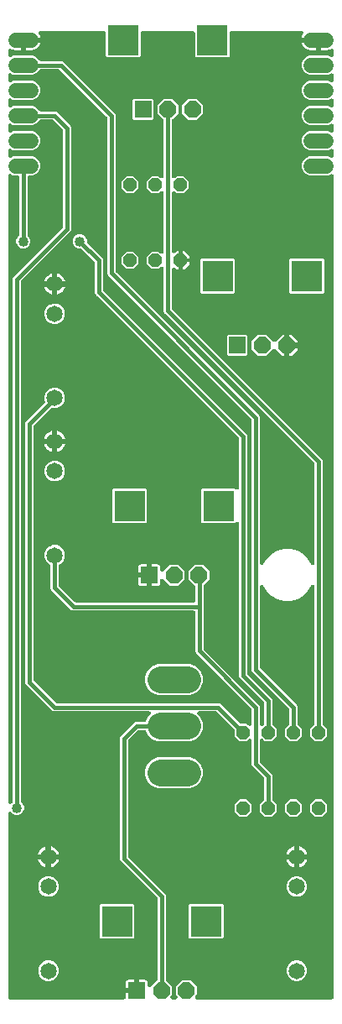
<source format=gbr>
G04 EAGLE Gerber RS-274X export*
G75*
%MOMM*%
%FSLAX34Y34*%
%LPD*%
%INBottom Copper*%
%IPPOS*%
%AMOC8*
5,1,8,0,0,1.08239X$1,22.5*%
G01*
%ADD10R,1.676400X1.676400*%
%ADD11P,1.814519X8X292.500000*%
%ADD12R,3.116000X3.116000*%
%ADD13C,1.650000*%
%ADD14P,1.429621X8X112.500000*%
%ADD15P,1.429621X8X292.500000*%
%ADD16C,1.524000*%
%ADD17C,2.705100*%
%ADD18C,1.016000*%
%ADD19C,0.406400*%

G36*
X127164Y10163D02*
X127164Y10163D01*
X127182Y10161D01*
X127364Y10182D01*
X127547Y10201D01*
X127564Y10206D01*
X127581Y10208D01*
X127756Y10265D01*
X127932Y10319D01*
X127947Y10327D01*
X127964Y10333D01*
X128124Y10423D01*
X128286Y10511D01*
X128299Y10522D01*
X128315Y10531D01*
X128454Y10651D01*
X128595Y10768D01*
X128606Y10782D01*
X128620Y10794D01*
X128732Y10939D01*
X128847Y11082D01*
X128855Y11098D01*
X128866Y11112D01*
X128948Y11277D01*
X129033Y11439D01*
X129038Y11456D01*
X129046Y11472D01*
X129093Y11651D01*
X129144Y11826D01*
X129146Y11844D01*
X129150Y11861D01*
X129177Y12192D01*
X129177Y16151D01*
X139382Y16151D01*
X139400Y16152D01*
X139417Y16151D01*
X139600Y16172D01*
X139782Y16191D01*
X139799Y16196D01*
X139817Y16198D01*
X139992Y16255D01*
X140167Y16309D01*
X140183Y16317D01*
X140200Y16323D01*
X140360Y16413D01*
X140521Y16500D01*
X140535Y16512D01*
X140551Y16521D01*
X140690Y16641D01*
X140831Y16758D01*
X140842Y16772D01*
X140855Y16784D01*
X140968Y16929D01*
X141083Y17072D01*
X141091Y17088D01*
X141102Y17102D01*
X141184Y17267D01*
X141268Y17429D01*
X141273Y17446D01*
X141281Y17462D01*
X141329Y17641D01*
X141335Y17661D01*
X141428Y17691D01*
X141604Y17745D01*
X141619Y17753D01*
X141636Y17759D01*
X141796Y17849D01*
X141958Y17937D01*
X141971Y17948D01*
X141987Y17957D01*
X142126Y18077D01*
X142267Y18195D01*
X142278Y18208D01*
X142292Y18220D01*
X142404Y18365D01*
X142519Y18508D01*
X142527Y18524D01*
X142538Y18538D01*
X142620Y18703D01*
X142705Y18866D01*
X142710Y18883D01*
X142718Y18899D01*
X142765Y19077D01*
X142816Y19252D01*
X142818Y19270D01*
X142822Y19287D01*
X142849Y19618D01*
X142849Y29823D01*
X148817Y29823D01*
X149463Y29650D01*
X150042Y29315D01*
X150515Y28842D01*
X150850Y28263D01*
X151023Y27617D01*
X151023Y24455D01*
X151024Y24446D01*
X151023Y24437D01*
X151044Y24244D01*
X151063Y24055D01*
X151065Y24046D01*
X151066Y24037D01*
X151125Y23853D01*
X151181Y23670D01*
X151185Y23662D01*
X151188Y23653D01*
X151281Y23485D01*
X151373Y23316D01*
X151378Y23309D01*
X151383Y23301D01*
X151507Y23154D01*
X151630Y23006D01*
X151637Y23001D01*
X151643Y22994D01*
X151795Y22874D01*
X151944Y22754D01*
X151952Y22750D01*
X151959Y22744D01*
X152132Y22657D01*
X152301Y22569D01*
X152310Y22566D01*
X152318Y22562D01*
X152504Y22510D01*
X152688Y22457D01*
X152697Y22456D01*
X152706Y22454D01*
X152899Y22440D01*
X153090Y22424D01*
X153098Y22425D01*
X153107Y22425D01*
X153300Y22449D01*
X153489Y22471D01*
X153498Y22474D01*
X153507Y22475D01*
X153689Y22536D01*
X153872Y22596D01*
X153880Y22600D01*
X153888Y22603D01*
X154055Y22699D01*
X154223Y22794D01*
X154230Y22800D01*
X154237Y22804D01*
X154490Y23019D01*
X160440Y28969D01*
X160457Y28990D01*
X160478Y29007D01*
X160585Y29145D01*
X160695Y29280D01*
X160708Y29304D01*
X160724Y29325D01*
X160802Y29482D01*
X160884Y29636D01*
X160892Y29662D01*
X160904Y29686D01*
X160949Y29855D01*
X160999Y30022D01*
X161001Y30049D01*
X161008Y30075D01*
X161035Y30405D01*
X161035Y111775D01*
X161033Y111802D01*
X161035Y111828D01*
X161013Y112002D01*
X160995Y112176D01*
X160988Y112201D01*
X160984Y112228D01*
X160929Y112393D01*
X160877Y112560D01*
X160864Y112584D01*
X160856Y112609D01*
X160769Y112761D01*
X160685Y112915D01*
X160668Y112935D01*
X160655Y112958D01*
X160440Y113211D01*
X123554Y150098D01*
X122935Y151591D01*
X122935Y273859D01*
X123554Y275352D01*
X137398Y289196D01*
X138891Y289815D01*
X147761Y289815D01*
X147783Y289817D01*
X147805Y289815D01*
X147983Y289837D01*
X148161Y289855D01*
X148183Y289861D01*
X148205Y289864D01*
X148375Y289920D01*
X148546Y289973D01*
X148566Y289983D01*
X148587Y289990D01*
X148743Y290079D01*
X148900Y290165D01*
X148917Y290179D01*
X148937Y290190D01*
X149072Y290308D01*
X149210Y290422D01*
X149224Y290440D01*
X149240Y290454D01*
X149350Y290596D01*
X149462Y290736D01*
X149472Y290756D01*
X149486Y290774D01*
X149637Y291069D01*
X151085Y294563D01*
X153790Y297268D01*
X153795Y297275D01*
X153802Y297280D01*
X153922Y297430D01*
X154045Y297579D01*
X154049Y297587D01*
X154054Y297594D01*
X154143Y297764D01*
X154233Y297935D01*
X154236Y297944D01*
X154240Y297951D01*
X154293Y298136D01*
X154348Y298321D01*
X154349Y298330D01*
X154351Y298338D01*
X154367Y298529D01*
X154384Y298722D01*
X154383Y298731D01*
X154384Y298740D01*
X154362Y298929D01*
X154341Y299122D01*
X154338Y299131D01*
X154337Y299139D01*
X154278Y299321D01*
X154220Y299506D01*
X154215Y299514D01*
X154212Y299522D01*
X154117Y299691D01*
X154025Y299858D01*
X154019Y299865D01*
X154015Y299873D01*
X153889Y300019D01*
X153764Y300165D01*
X153757Y300171D01*
X153751Y300178D01*
X153600Y300295D01*
X153448Y300415D01*
X153440Y300419D01*
X153433Y300424D01*
X153261Y300510D01*
X153089Y300597D01*
X153081Y300600D01*
X153073Y300604D01*
X152887Y300654D01*
X152702Y300705D01*
X152693Y300706D01*
X152684Y300708D01*
X152353Y300735D01*
X56341Y300735D01*
X54848Y301354D01*
X28304Y327898D01*
X27685Y329391D01*
X27685Y591359D01*
X28304Y592852D01*
X29733Y594282D01*
X46871Y611419D01*
X46885Y611437D01*
X46902Y611451D01*
X47012Y611592D01*
X47126Y611731D01*
X47136Y611751D01*
X47150Y611768D01*
X47231Y611928D01*
X47315Y612086D01*
X47321Y612108D01*
X47331Y612128D01*
X47378Y612301D01*
X47429Y612472D01*
X47431Y612495D01*
X47437Y612516D01*
X47449Y612694D01*
X47466Y612873D01*
X47463Y612896D01*
X47465Y612918D01*
X47442Y613094D01*
X47422Y613274D01*
X47416Y613295D01*
X47413Y613317D01*
X47311Y613633D01*
X46867Y614705D01*
X46867Y618795D01*
X48433Y622575D01*
X51325Y625467D01*
X55105Y627033D01*
X59195Y627033D01*
X62975Y625467D01*
X65867Y622575D01*
X67433Y618795D01*
X67433Y614705D01*
X65867Y610925D01*
X62975Y608033D01*
X59195Y606467D01*
X55094Y606467D01*
X54950Y606507D01*
X54779Y606559D01*
X54757Y606561D01*
X54735Y606567D01*
X54556Y606580D01*
X54378Y606597D01*
X54356Y606595D01*
X54334Y606596D01*
X54155Y606574D01*
X53978Y606555D01*
X53956Y606549D01*
X53934Y606546D01*
X53764Y606489D01*
X53593Y606436D01*
X53574Y606425D01*
X53553Y606418D01*
X53397Y606328D01*
X53240Y606242D01*
X53223Y606228D01*
X53204Y606217D01*
X52951Y606002D01*
X36410Y589461D01*
X36393Y589441D01*
X36372Y589423D01*
X36265Y589285D01*
X36155Y589150D01*
X36142Y589126D01*
X36126Y589105D01*
X36048Y588948D01*
X35966Y588794D01*
X35958Y588769D01*
X35946Y588744D01*
X35901Y588575D01*
X35851Y588408D01*
X35849Y588382D01*
X35842Y588356D01*
X35815Y588025D01*
X35815Y332725D01*
X35817Y332698D01*
X35815Y332672D01*
X35837Y332498D01*
X35855Y332324D01*
X35862Y332299D01*
X35866Y332272D01*
X35921Y332107D01*
X35973Y331940D01*
X35986Y331916D01*
X35994Y331891D01*
X36081Y331739D01*
X36165Y331585D01*
X36182Y331565D01*
X36195Y331542D01*
X36410Y331289D01*
X58239Y309460D01*
X58259Y309443D01*
X58277Y309422D01*
X58415Y309315D01*
X58550Y309205D01*
X58574Y309192D01*
X58595Y309176D01*
X58752Y309098D01*
X58906Y309016D01*
X58931Y309008D01*
X58956Y308996D01*
X59125Y308951D01*
X59292Y308901D01*
X59318Y308899D01*
X59344Y308892D01*
X59675Y308865D01*
X223059Y308865D01*
X224552Y308246D01*
X244167Y288632D01*
X244187Y288615D01*
X244205Y288594D01*
X244343Y288487D01*
X244478Y288377D01*
X244502Y288364D01*
X244523Y288348D01*
X244680Y288270D01*
X244834Y288188D01*
X244859Y288180D01*
X244884Y288168D01*
X245053Y288123D01*
X245220Y288073D01*
X245246Y288071D01*
X245272Y288064D01*
X245603Y288037D01*
X251227Y288037D01*
X252818Y286446D01*
X252825Y286441D01*
X252830Y286434D01*
X252980Y286314D01*
X253129Y286191D01*
X253137Y286187D01*
X253144Y286182D01*
X253314Y286093D01*
X253485Y286003D01*
X253494Y286000D01*
X253501Y285996D01*
X253686Y285943D01*
X253871Y285888D01*
X253880Y285887D01*
X253888Y285885D01*
X254079Y285869D01*
X254272Y285852D01*
X254281Y285853D01*
X254290Y285852D01*
X254479Y285874D01*
X254672Y285895D01*
X254681Y285898D01*
X254689Y285899D01*
X254871Y285958D01*
X255056Y286016D01*
X255064Y286021D01*
X255072Y286024D01*
X255241Y286119D01*
X255408Y286211D01*
X255415Y286217D01*
X255423Y286221D01*
X255569Y286347D01*
X255715Y286472D01*
X255721Y286479D01*
X255728Y286485D01*
X255845Y286636D01*
X255965Y286788D01*
X255969Y286796D01*
X255974Y286803D01*
X256060Y286975D01*
X256147Y287147D01*
X256150Y287155D01*
X256154Y287163D01*
X256204Y287349D01*
X256255Y287535D01*
X256256Y287543D01*
X256258Y287552D01*
X256285Y287883D01*
X256285Y302275D01*
X256283Y302302D01*
X256285Y302328D01*
X256263Y302502D01*
X256245Y302676D01*
X256238Y302701D01*
X256234Y302728D01*
X256179Y302893D01*
X256127Y303060D01*
X256114Y303084D01*
X256106Y303109D01*
X256019Y303261D01*
X255935Y303415D01*
X255918Y303435D01*
X255905Y303458D01*
X255690Y303711D01*
X199754Y359648D01*
X199135Y361141D01*
X199135Y400304D01*
X199133Y400322D01*
X199135Y400340D01*
X199114Y400522D01*
X199095Y400705D01*
X199090Y400722D01*
X199088Y400739D01*
X199031Y400914D01*
X198977Y401090D01*
X198969Y401105D01*
X198963Y401122D01*
X198873Y401282D01*
X198785Y401444D01*
X198774Y401457D01*
X198765Y401473D01*
X198645Y401612D01*
X198528Y401753D01*
X198514Y401764D01*
X198502Y401778D01*
X198357Y401890D01*
X198214Y402005D01*
X198198Y402013D01*
X198184Y402024D01*
X198019Y402106D01*
X197857Y402191D01*
X197840Y402196D01*
X197824Y402204D01*
X197645Y402251D01*
X197470Y402302D01*
X197452Y402304D01*
X197435Y402308D01*
X197104Y402335D01*
X75391Y402335D01*
X73898Y402954D01*
X53704Y423148D01*
X53085Y424641D01*
X53085Y447196D01*
X53083Y447219D01*
X53085Y447241D01*
X53063Y447418D01*
X53045Y447597D01*
X53039Y447618D01*
X53036Y447641D01*
X52980Y447810D01*
X52927Y447982D01*
X52917Y448002D01*
X52910Y448023D01*
X52821Y448178D01*
X52735Y448336D01*
X52721Y448353D01*
X52710Y448373D01*
X52592Y448508D01*
X52478Y448645D01*
X52460Y448659D01*
X52446Y448676D01*
X52303Y448786D01*
X52164Y448898D01*
X52144Y448908D01*
X52126Y448922D01*
X51831Y449073D01*
X51325Y449283D01*
X48433Y452175D01*
X46867Y455955D01*
X46867Y460045D01*
X48433Y463825D01*
X51325Y466717D01*
X52853Y467350D01*
X55105Y468283D01*
X59195Y468283D01*
X62975Y466717D01*
X65867Y463825D01*
X67433Y460045D01*
X67433Y455955D01*
X65867Y452175D01*
X62975Y449283D01*
X62469Y449073D01*
X62449Y449063D01*
X62428Y449056D01*
X62272Y448967D01*
X62114Y448883D01*
X62097Y448869D01*
X62077Y448858D01*
X61941Y448741D01*
X61803Y448627D01*
X61789Y448609D01*
X61772Y448595D01*
X61663Y448453D01*
X61550Y448314D01*
X61539Y448294D01*
X61526Y448277D01*
X61446Y448116D01*
X61363Y447957D01*
X61356Y447936D01*
X61346Y447916D01*
X61300Y447743D01*
X61250Y447571D01*
X61248Y447549D01*
X61242Y447527D01*
X61215Y447196D01*
X61215Y427975D01*
X61217Y427948D01*
X61215Y427922D01*
X61237Y427748D01*
X61255Y427574D01*
X61262Y427549D01*
X61266Y427522D01*
X61321Y427357D01*
X61373Y427190D01*
X61386Y427166D01*
X61394Y427141D01*
X61481Y426989D01*
X61565Y426835D01*
X61582Y426815D01*
X61595Y426792D01*
X61810Y426539D01*
X77289Y411060D01*
X77309Y411043D01*
X77327Y411022D01*
X77465Y410915D01*
X77600Y410805D01*
X77624Y410792D01*
X77645Y410776D01*
X77802Y410698D01*
X77956Y410616D01*
X77981Y410608D01*
X78006Y410596D01*
X78175Y410551D01*
X78342Y410501D01*
X78368Y410499D01*
X78394Y410492D01*
X78725Y410465D01*
X197104Y410465D01*
X197122Y410467D01*
X197140Y410465D01*
X197322Y410486D01*
X197505Y410505D01*
X197522Y410510D01*
X197539Y410512D01*
X197714Y410569D01*
X197890Y410623D01*
X197905Y410631D01*
X197922Y410637D01*
X198082Y410727D01*
X198244Y410815D01*
X198257Y410826D01*
X198273Y410835D01*
X198412Y410955D01*
X198553Y411072D01*
X198564Y411086D01*
X198578Y411098D01*
X198690Y411243D01*
X198805Y411386D01*
X198813Y411402D01*
X198824Y411416D01*
X198906Y411581D01*
X198991Y411743D01*
X198996Y411760D01*
X199004Y411776D01*
X199051Y411955D01*
X199102Y412130D01*
X199104Y412148D01*
X199108Y412165D01*
X199135Y412496D01*
X199135Y426095D01*
X199133Y426121D01*
X199135Y426148D01*
X199113Y426322D01*
X199095Y426495D01*
X199088Y426521D01*
X199084Y426547D01*
X199029Y426713D01*
X198977Y426880D01*
X198964Y426904D01*
X198956Y426929D01*
X198869Y427081D01*
X198785Y427234D01*
X198768Y427255D01*
X198755Y427278D01*
X198540Y427531D01*
X192385Y433686D01*
X192385Y442314D01*
X198486Y448415D01*
X207114Y448415D01*
X213215Y442314D01*
X213215Y433686D01*
X207860Y428331D01*
X207843Y428310D01*
X207822Y428293D01*
X207715Y428155D01*
X207605Y428020D01*
X207592Y427996D01*
X207576Y427975D01*
X207498Y427818D01*
X207416Y427664D01*
X207408Y427638D01*
X207396Y427614D01*
X207351Y427445D01*
X207301Y427278D01*
X207299Y427251D01*
X207292Y427225D01*
X207265Y426895D01*
X207265Y406800D01*
X207273Y406713D01*
X207282Y406534D01*
X207335Y406129D01*
X207334Y406123D01*
X207318Y406025D01*
X207292Y405928D01*
X207282Y405805D01*
X207269Y405726D01*
X207271Y405671D01*
X207265Y405597D01*
X207265Y364475D01*
X207267Y364448D01*
X207265Y364422D01*
X207287Y364248D01*
X207305Y364074D01*
X207312Y364049D01*
X207316Y364022D01*
X207371Y363857D01*
X207423Y363690D01*
X207436Y363666D01*
X207444Y363641D01*
X207531Y363489D01*
X207615Y363335D01*
X207632Y363315D01*
X207645Y363292D01*
X207860Y363039D01*
X263796Y307102D01*
X264415Y305609D01*
X264415Y287883D01*
X264416Y287874D01*
X264415Y287865D01*
X264435Y287674D01*
X264455Y287482D01*
X264457Y287474D01*
X264458Y287465D01*
X264516Y287281D01*
X264573Y287097D01*
X264577Y287089D01*
X264580Y287081D01*
X264673Y286912D01*
X264765Y286743D01*
X264770Y286736D01*
X264775Y286728D01*
X264900Y286581D01*
X265022Y286434D01*
X265029Y286428D01*
X265035Y286421D01*
X265186Y286302D01*
X265336Y286182D01*
X265344Y286177D01*
X265351Y286172D01*
X265524Y286084D01*
X265693Y285996D01*
X265702Y285994D01*
X265710Y285990D01*
X265896Y285938D01*
X266080Y285885D01*
X266089Y285884D01*
X266098Y285882D01*
X266290Y285868D01*
X266482Y285852D01*
X266490Y285853D01*
X266499Y285852D01*
X266691Y285876D01*
X266881Y285899D01*
X266890Y285902D01*
X266899Y285903D01*
X267081Y285964D01*
X267264Y286024D01*
X267272Y286028D01*
X267280Y286031D01*
X267448Y286127D01*
X267615Y286221D01*
X267622Y286227D01*
X267629Y286232D01*
X267882Y286446D01*
X268390Y286955D01*
X268407Y286975D01*
X268428Y286993D01*
X268535Y287131D01*
X268645Y287266D01*
X268658Y287290D01*
X268674Y287311D01*
X268752Y287468D01*
X268834Y287622D01*
X268842Y287647D01*
X268854Y287671D01*
X268899Y287841D01*
X268949Y288008D01*
X268951Y288034D01*
X268958Y288060D01*
X268985Y288391D01*
X268985Y308625D01*
X268983Y308652D01*
X268985Y308678D01*
X268963Y308852D01*
X268945Y309026D01*
X268938Y309051D01*
X268934Y309078D01*
X268879Y309243D01*
X268827Y309410D01*
X268814Y309434D01*
X268806Y309459D01*
X268719Y309611D01*
X268635Y309765D01*
X268618Y309785D01*
X268605Y309808D01*
X268390Y310061D01*
X244204Y334248D01*
X243585Y335741D01*
X243585Y489847D01*
X243584Y489856D01*
X243585Y489864D01*
X243564Y490056D01*
X243545Y490247D01*
X243543Y490256D01*
X243542Y490265D01*
X243484Y490447D01*
X243427Y490632D01*
X243423Y490640D01*
X243420Y490649D01*
X243327Y490817D01*
X243235Y490986D01*
X243230Y490993D01*
X243225Y491001D01*
X243100Y491149D01*
X242978Y491296D01*
X242971Y491301D01*
X242965Y491308D01*
X242813Y491428D01*
X242664Y491548D01*
X242656Y491552D01*
X242649Y491558D01*
X242477Y491645D01*
X242307Y491733D01*
X242298Y491736D01*
X242290Y491740D01*
X242104Y491792D01*
X241920Y491845D01*
X241911Y491845D01*
X241902Y491848D01*
X241710Y491862D01*
X241518Y491878D01*
X241510Y491877D01*
X241501Y491877D01*
X241308Y491853D01*
X241119Y491831D01*
X241110Y491828D01*
X241101Y491827D01*
X240918Y491765D01*
X240736Y491706D01*
X240728Y491701D01*
X240720Y491699D01*
X240554Y491603D01*
X240385Y491508D01*
X240378Y491502D01*
X240371Y491498D01*
X240118Y491283D01*
X239222Y490387D01*
X206378Y490387D01*
X205187Y491578D01*
X205187Y524422D01*
X206378Y525613D01*
X239222Y525613D01*
X240118Y524717D01*
X240125Y524711D01*
X240130Y524704D01*
X240281Y524583D01*
X240429Y524462D01*
X240437Y524458D01*
X240444Y524452D01*
X240614Y524364D01*
X240785Y524273D01*
X240794Y524271D01*
X240801Y524267D01*
X240986Y524214D01*
X241171Y524159D01*
X241180Y524158D01*
X241188Y524155D01*
X241379Y524140D01*
X241572Y524122D01*
X241581Y524123D01*
X241590Y524122D01*
X241779Y524145D01*
X241972Y524166D01*
X241981Y524168D01*
X241989Y524169D01*
X242171Y524229D01*
X242356Y524287D01*
X242364Y524291D01*
X242372Y524294D01*
X242539Y524388D01*
X242708Y524482D01*
X242715Y524488D01*
X242723Y524492D01*
X242868Y524617D01*
X243015Y524742D01*
X243021Y524749D01*
X243028Y524755D01*
X243144Y524906D01*
X243265Y525058D01*
X243269Y525066D01*
X243274Y525073D01*
X243359Y525244D01*
X243447Y525417D01*
X243450Y525426D01*
X243454Y525434D01*
X243503Y525619D01*
X243555Y525805D01*
X243556Y525814D01*
X243558Y525823D01*
X243585Y526153D01*
X243585Y575325D01*
X243583Y575352D01*
X243585Y575378D01*
X243563Y575552D01*
X243545Y575726D01*
X243538Y575751D01*
X243534Y575778D01*
X243479Y575943D01*
X243427Y576111D01*
X243414Y576134D01*
X243406Y576159D01*
X243319Y576311D01*
X243235Y576465D01*
X243218Y576485D01*
X243205Y576508D01*
X242990Y576761D01*
X99583Y720168D01*
X99583Y720169D01*
X98154Y721598D01*
X97535Y723091D01*
X97535Y753125D01*
X97533Y753152D01*
X97535Y753178D01*
X97513Y753352D01*
X97495Y753526D01*
X97488Y753551D01*
X97484Y753578D01*
X97429Y753743D01*
X97377Y753910D01*
X97364Y753934D01*
X97356Y753959D01*
X97269Y754111D01*
X97185Y754265D01*
X97168Y754285D01*
X97155Y754308D01*
X96940Y754561D01*
X84509Y766992D01*
X84489Y767009D01*
X84471Y767030D01*
X84333Y767137D01*
X84198Y767247D01*
X84174Y767260D01*
X84153Y767276D01*
X83996Y767354D01*
X83842Y767436D01*
X83817Y767444D01*
X83792Y767456D01*
X83623Y767501D01*
X83456Y767551D01*
X83430Y767553D01*
X83404Y767560D01*
X83073Y767587D01*
X81135Y767587D01*
X78521Y768670D01*
X76520Y770671D01*
X75437Y773285D01*
X75437Y776115D01*
X76520Y778729D01*
X78521Y780730D01*
X81135Y781813D01*
X83965Y781813D01*
X86579Y780730D01*
X88580Y778729D01*
X89663Y776115D01*
X89663Y774177D01*
X89665Y774150D01*
X89663Y774124D01*
X89685Y773950D01*
X89703Y773776D01*
X89710Y773751D01*
X89714Y773724D01*
X89769Y773559D01*
X89821Y773392D01*
X89834Y773368D01*
X89842Y773343D01*
X89929Y773191D01*
X90013Y773037D01*
X90030Y773017D01*
X90043Y772994D01*
X90258Y772741D01*
X105046Y757952D01*
X105665Y756459D01*
X105665Y726425D01*
X105667Y726398D01*
X105665Y726372D01*
X105687Y726198D01*
X105705Y726024D01*
X105712Y725999D01*
X105716Y725972D01*
X105771Y725807D01*
X105823Y725639D01*
X105836Y725616D01*
X105844Y725591D01*
X105931Y725439D01*
X106015Y725285D01*
X106032Y725265D01*
X106045Y725242D01*
X106260Y724989D01*
X249667Y581582D01*
X249667Y581581D01*
X251096Y580152D01*
X251715Y578659D01*
X251715Y339075D01*
X251717Y339048D01*
X251715Y339022D01*
X251737Y338848D01*
X251755Y338674D01*
X251762Y338649D01*
X251766Y338622D01*
X251821Y338457D01*
X251873Y338290D01*
X251886Y338266D01*
X251894Y338241D01*
X251981Y338089D01*
X252065Y337935D01*
X252082Y337915D01*
X252095Y337892D01*
X252310Y337639D01*
X275067Y314882D01*
X275067Y314881D01*
X276496Y313452D01*
X277115Y311959D01*
X277115Y288391D01*
X277117Y288364D01*
X277115Y288338D01*
X277137Y288164D01*
X277155Y287990D01*
X277162Y287965D01*
X277166Y287938D01*
X277221Y287772D01*
X277273Y287605D01*
X277286Y287582D01*
X277294Y287556D01*
X277381Y287405D01*
X277465Y287251D01*
X277482Y287231D01*
X277495Y287208D01*
X277710Y286955D01*
X281687Y282977D01*
X281687Y275823D01*
X276627Y270763D01*
X269473Y270763D01*
X267882Y272354D01*
X267875Y272359D01*
X267870Y272366D01*
X267720Y272486D01*
X267571Y272609D01*
X267563Y272613D01*
X267556Y272618D01*
X267386Y272707D01*
X267215Y272797D01*
X267206Y272800D01*
X267199Y272804D01*
X267014Y272857D01*
X266829Y272912D01*
X266820Y272913D01*
X266812Y272915D01*
X266621Y272931D01*
X266428Y272948D01*
X266419Y272947D01*
X266410Y272948D01*
X266221Y272926D01*
X266028Y272905D01*
X266019Y272902D01*
X266011Y272901D01*
X265829Y272842D01*
X265644Y272784D01*
X265636Y272779D01*
X265628Y272776D01*
X265459Y272681D01*
X265292Y272589D01*
X265285Y272583D01*
X265277Y272579D01*
X265131Y272453D01*
X264985Y272328D01*
X264979Y272321D01*
X264972Y272315D01*
X264855Y272164D01*
X264735Y272012D01*
X264731Y272004D01*
X264726Y271997D01*
X264640Y271825D01*
X264553Y271653D01*
X264550Y271645D01*
X264546Y271637D01*
X264496Y271451D01*
X264445Y271265D01*
X264444Y271257D01*
X264442Y271248D01*
X264415Y270917D01*
X264415Y250175D01*
X264417Y250148D01*
X264415Y250122D01*
X264437Y249948D01*
X264455Y249774D01*
X264462Y249749D01*
X264466Y249722D01*
X264521Y249557D01*
X264573Y249390D01*
X264586Y249366D01*
X264594Y249341D01*
X264681Y249189D01*
X264765Y249035D01*
X264782Y249015D01*
X264795Y248992D01*
X265010Y248739D01*
X276496Y237252D01*
X277115Y235759D01*
X277115Y212191D01*
X277117Y212164D01*
X277115Y212138D01*
X277137Y211964D01*
X277155Y211790D01*
X277162Y211765D01*
X277166Y211738D01*
X277221Y211572D01*
X277273Y211405D01*
X277286Y211382D01*
X277294Y211356D01*
X277381Y211205D01*
X277465Y211051D01*
X277482Y211031D01*
X277495Y211008D01*
X277710Y210755D01*
X281687Y206777D01*
X281687Y199623D01*
X276627Y194563D01*
X269473Y194563D01*
X264413Y199623D01*
X264413Y206777D01*
X268390Y210755D01*
X268407Y210775D01*
X268428Y210793D01*
X268535Y210931D01*
X268645Y211066D01*
X268658Y211090D01*
X268674Y211111D01*
X268752Y211268D01*
X268834Y211422D01*
X268842Y211447D01*
X268854Y211471D01*
X268899Y211641D01*
X268949Y211808D01*
X268951Y211834D01*
X268958Y211860D01*
X268985Y212191D01*
X268985Y232425D01*
X268983Y232452D01*
X268985Y232478D01*
X268963Y232652D01*
X268945Y232826D01*
X268938Y232851D01*
X268934Y232878D01*
X268879Y233043D01*
X268827Y233210D01*
X268814Y233234D01*
X268806Y233259D01*
X268719Y233411D01*
X268635Y233565D01*
X268618Y233585D01*
X268605Y233608D01*
X268390Y233861D01*
X258333Y243918D01*
X258333Y243919D01*
X256904Y245348D01*
X256285Y246841D01*
X256285Y270917D01*
X256284Y270926D01*
X256285Y270935D01*
X256264Y271127D01*
X256245Y271318D01*
X256243Y271326D01*
X256242Y271335D01*
X256184Y271518D01*
X256127Y271703D01*
X256123Y271711D01*
X256120Y271719D01*
X256027Y271888D01*
X255935Y272057D01*
X255930Y272064D01*
X255925Y272071D01*
X255800Y272219D01*
X255678Y272366D01*
X255671Y272372D01*
X255665Y272378D01*
X255513Y272498D01*
X255364Y272618D01*
X255356Y272622D01*
X255349Y272628D01*
X255178Y272715D01*
X255007Y272804D01*
X254998Y272806D01*
X254990Y272810D01*
X254804Y272862D01*
X254620Y272915D01*
X254611Y272916D01*
X254602Y272918D01*
X254410Y272933D01*
X254218Y272948D01*
X254210Y272947D01*
X254201Y272948D01*
X254008Y272923D01*
X253819Y272901D01*
X253810Y272899D01*
X253801Y272897D01*
X253618Y272836D01*
X253436Y272776D01*
X253428Y272772D01*
X253420Y272769D01*
X253254Y272674D01*
X253085Y272579D01*
X253078Y272573D01*
X253071Y272568D01*
X252818Y272354D01*
X251227Y270763D01*
X244073Y270763D01*
X239013Y275823D01*
X239013Y281447D01*
X239011Y281474D01*
X239013Y281500D01*
X238991Y281674D01*
X238973Y281848D01*
X238966Y281873D01*
X238962Y281900D01*
X238907Y282065D01*
X238855Y282232D01*
X238842Y282256D01*
X238834Y282281D01*
X238747Y282433D01*
X238663Y282587D01*
X238646Y282607D01*
X238633Y282630D01*
X238418Y282883D01*
X221161Y300140D01*
X221141Y300157D01*
X221123Y300178D01*
X220985Y300285D01*
X220850Y300395D01*
X220826Y300408D01*
X220805Y300424D01*
X220648Y300502D01*
X220494Y300584D01*
X220469Y300592D01*
X220444Y300604D01*
X220275Y300649D01*
X220108Y300699D01*
X220082Y300701D01*
X220056Y300708D01*
X219725Y300735D01*
X203247Y300735D01*
X203238Y300734D01*
X203229Y300735D01*
X203037Y300714D01*
X202846Y300695D01*
X202838Y300693D01*
X202829Y300692D01*
X202646Y300634D01*
X202461Y300577D01*
X202453Y300573D01*
X202445Y300570D01*
X202276Y300477D01*
X202107Y300385D01*
X202100Y300380D01*
X202092Y300375D01*
X201946Y300251D01*
X201798Y300128D01*
X201792Y300121D01*
X201786Y300115D01*
X201666Y299964D01*
X201546Y299814D01*
X201541Y299806D01*
X201536Y299799D01*
X201448Y299626D01*
X201360Y299457D01*
X201358Y299448D01*
X201354Y299440D01*
X201302Y299254D01*
X201249Y299070D01*
X201248Y299061D01*
X201246Y299052D01*
X201231Y298859D01*
X201216Y298668D01*
X201217Y298660D01*
X201216Y298651D01*
X201241Y298456D01*
X201263Y298269D01*
X201265Y298260D01*
X201267Y298251D01*
X201328Y298068D01*
X201388Y297886D01*
X201392Y297878D01*
X201395Y297870D01*
X201490Y297704D01*
X201585Y297535D01*
X201591Y297528D01*
X201596Y297521D01*
X201810Y297268D01*
X204515Y294563D01*
X206884Y288845D01*
X206884Y282655D01*
X204515Y276937D01*
X200139Y272560D01*
X194420Y270192D01*
X161180Y270192D01*
X155461Y272560D01*
X151085Y276937D01*
X149637Y280431D01*
X149627Y280451D01*
X149620Y280472D01*
X149532Y280629D01*
X149447Y280786D01*
X149433Y280803D01*
X149422Y280823D01*
X149305Y280959D01*
X149191Y281097D01*
X149174Y281111D01*
X149159Y281128D01*
X149018Y281237D01*
X148878Y281350D01*
X148858Y281361D01*
X148841Y281374D01*
X148680Y281454D01*
X148522Y281537D01*
X148500Y281544D01*
X148480Y281554D01*
X148307Y281600D01*
X148135Y281650D01*
X148113Y281652D01*
X148092Y281658D01*
X147761Y281685D01*
X142225Y281685D01*
X142198Y281683D01*
X142172Y281685D01*
X141998Y281663D01*
X141824Y281645D01*
X141799Y281638D01*
X141772Y281634D01*
X141607Y281579D01*
X141440Y281527D01*
X141416Y281514D01*
X141391Y281506D01*
X141239Y281419D01*
X141085Y281335D01*
X141065Y281318D01*
X141042Y281305D01*
X140789Y281090D01*
X131660Y271961D01*
X131643Y271941D01*
X131622Y271923D01*
X131515Y271785D01*
X131405Y271650D01*
X131392Y271626D01*
X131376Y271605D01*
X131298Y271448D01*
X131216Y271294D01*
X131208Y271269D01*
X131196Y271244D01*
X131151Y271075D01*
X131101Y270908D01*
X131099Y270882D01*
X131092Y270856D01*
X131065Y270525D01*
X131065Y154925D01*
X131067Y154898D01*
X131065Y154872D01*
X131087Y154698D01*
X131105Y154524D01*
X131112Y154499D01*
X131116Y154472D01*
X131171Y154307D01*
X131223Y154140D01*
X131236Y154116D01*
X131244Y154091D01*
X131331Y153939D01*
X131415Y153785D01*
X131432Y153765D01*
X131445Y153742D01*
X131660Y153489D01*
X168546Y116602D01*
X169165Y115109D01*
X169165Y30405D01*
X169167Y30379D01*
X169165Y30352D01*
X169187Y30178D01*
X169205Y30005D01*
X169212Y29979D01*
X169216Y29952D01*
X169272Y29787D01*
X169323Y29620D01*
X169336Y29596D01*
X169344Y29571D01*
X169431Y29419D01*
X169515Y29266D01*
X169532Y29245D01*
X169545Y29222D01*
X169760Y28969D01*
X175515Y23214D01*
X175515Y14586D01*
X174557Y13628D01*
X174551Y13621D01*
X174544Y13616D01*
X174423Y13465D01*
X174302Y13317D01*
X174298Y13309D01*
X174292Y13302D01*
X174204Y13132D01*
X174113Y12961D01*
X174111Y12952D01*
X174107Y12945D01*
X174054Y12760D01*
X173998Y12575D01*
X173998Y12566D01*
X173995Y12558D01*
X173980Y12367D01*
X173962Y12174D01*
X173963Y12165D01*
X173962Y12156D01*
X173985Y11967D01*
X174005Y11774D01*
X174008Y11765D01*
X174009Y11757D01*
X174069Y11575D01*
X174127Y11390D01*
X174131Y11382D01*
X174134Y11374D01*
X174228Y11207D01*
X174322Y11038D01*
X174328Y11031D01*
X174332Y11023D01*
X174457Y10878D01*
X174582Y10731D01*
X174589Y10725D01*
X174595Y10718D01*
X174746Y10602D01*
X174898Y10481D01*
X174906Y10477D01*
X174913Y10472D01*
X175084Y10387D01*
X175257Y10299D01*
X175266Y10296D01*
X175274Y10292D01*
X175459Y10243D01*
X175645Y10191D01*
X175654Y10190D01*
X175663Y10188D01*
X175993Y10161D01*
X179207Y10161D01*
X179216Y10162D01*
X179225Y10161D01*
X179416Y10182D01*
X179607Y10201D01*
X179616Y10203D01*
X179625Y10204D01*
X179807Y10262D01*
X179992Y10319D01*
X180000Y10323D01*
X180009Y10326D01*
X180177Y10419D01*
X180346Y10511D01*
X180353Y10516D01*
X180361Y10521D01*
X180509Y10646D01*
X180656Y10768D01*
X180661Y10775D01*
X180668Y10781D01*
X180788Y10933D01*
X180908Y11082D01*
X180912Y11090D01*
X180918Y11097D01*
X181005Y11269D01*
X181093Y11439D01*
X181096Y11448D01*
X181100Y11456D01*
X181152Y11642D01*
X181205Y11826D01*
X181206Y11835D01*
X181208Y11844D01*
X181222Y12036D01*
X181238Y12228D01*
X181237Y12236D01*
X181237Y12245D01*
X181213Y12438D01*
X181191Y12627D01*
X181188Y12636D01*
X181187Y12645D01*
X181126Y12828D01*
X181066Y13010D01*
X181062Y13018D01*
X181059Y13026D01*
X180963Y13192D01*
X180868Y13361D01*
X180862Y13368D01*
X180858Y13375D01*
X180643Y13628D01*
X179685Y14586D01*
X179685Y23214D01*
X185786Y29315D01*
X194414Y29315D01*
X200515Y23214D01*
X200515Y14586D01*
X199557Y13628D01*
X199551Y13621D01*
X199544Y13616D01*
X199423Y13465D01*
X199302Y13317D01*
X199298Y13309D01*
X199292Y13302D01*
X199204Y13132D01*
X199113Y12961D01*
X199111Y12952D01*
X199107Y12945D01*
X199054Y12760D01*
X198998Y12575D01*
X198998Y12566D01*
X198995Y12558D01*
X198980Y12367D01*
X198962Y12174D01*
X198963Y12165D01*
X198962Y12156D01*
X198985Y11967D01*
X199005Y11774D01*
X199008Y11765D01*
X199009Y11757D01*
X199069Y11575D01*
X199127Y11390D01*
X199131Y11382D01*
X199134Y11374D01*
X199228Y11207D01*
X199322Y11038D01*
X199328Y11031D01*
X199332Y11023D01*
X199457Y10878D01*
X199582Y10731D01*
X199589Y10725D01*
X199595Y10718D01*
X199746Y10602D01*
X199898Y10481D01*
X199906Y10477D01*
X199913Y10472D01*
X200084Y10387D01*
X200257Y10299D01*
X200266Y10296D01*
X200274Y10292D01*
X200459Y10243D01*
X200645Y10191D01*
X200654Y10190D01*
X200663Y10188D01*
X200993Y10161D01*
X337058Y10161D01*
X337076Y10163D01*
X337094Y10161D01*
X337276Y10182D01*
X337459Y10201D01*
X337476Y10206D01*
X337493Y10208D01*
X337668Y10265D01*
X337844Y10319D01*
X337859Y10327D01*
X337876Y10333D01*
X338036Y10423D01*
X338198Y10511D01*
X338211Y10522D01*
X338227Y10531D01*
X338366Y10651D01*
X338507Y10768D01*
X338518Y10782D01*
X338532Y10794D01*
X338644Y10939D01*
X338759Y11082D01*
X338767Y11098D01*
X338778Y11112D01*
X338860Y11277D01*
X338945Y11439D01*
X338950Y11456D01*
X338958Y11472D01*
X339005Y11651D01*
X339056Y11826D01*
X339058Y11844D01*
X339062Y11861D01*
X339089Y12192D01*
X339089Y840568D01*
X339088Y840581D01*
X339089Y840595D01*
X339068Y840781D01*
X339049Y840969D01*
X339045Y840981D01*
X339044Y840995D01*
X338986Y841174D01*
X338931Y841354D01*
X338925Y841365D01*
X338921Y841378D01*
X338829Y841543D01*
X338739Y841708D01*
X338731Y841718D01*
X338724Y841730D01*
X338602Y841872D01*
X338482Y842017D01*
X338471Y842025D01*
X338463Y842035D01*
X338315Y842151D01*
X338168Y842269D01*
X338156Y842275D01*
X338146Y842284D01*
X337977Y842368D01*
X337811Y842455D01*
X337798Y842458D01*
X337786Y842464D01*
X337605Y842514D01*
X337424Y842566D01*
X337410Y842567D01*
X337397Y842571D01*
X337209Y842584D01*
X337022Y842599D01*
X337009Y842597D01*
X336996Y842598D01*
X336808Y842574D01*
X336623Y842552D01*
X336610Y842548D01*
X336597Y842546D01*
X336281Y842445D01*
X333390Y841247D01*
X314310Y841247D01*
X310762Y842717D01*
X308047Y845432D01*
X306577Y848980D01*
X306577Y852820D01*
X308047Y856368D01*
X310762Y859083D01*
X311482Y859381D01*
X314310Y860553D01*
X333390Y860553D01*
X336281Y859355D01*
X336294Y859351D01*
X336305Y859345D01*
X336485Y859294D01*
X336666Y859239D01*
X336679Y859238D01*
X336692Y859234D01*
X336880Y859219D01*
X337067Y859201D01*
X337080Y859202D01*
X337094Y859201D01*
X337280Y859223D01*
X337467Y859242D01*
X337480Y859246D01*
X337493Y859248D01*
X337672Y859306D01*
X337852Y859362D01*
X337863Y859369D01*
X337876Y859373D01*
X338041Y859466D01*
X338205Y859556D01*
X338215Y859564D01*
X338227Y859571D01*
X338369Y859694D01*
X338513Y859815D01*
X338521Y859825D01*
X338532Y859834D01*
X338647Y859982D01*
X338764Y860130D01*
X338770Y860141D01*
X338778Y860152D01*
X338862Y860321D01*
X338948Y860488D01*
X338952Y860500D01*
X338958Y860513D01*
X339007Y860695D01*
X339058Y860875D01*
X339059Y860888D01*
X339062Y860901D01*
X339089Y861232D01*
X339089Y865968D01*
X339088Y865981D01*
X339089Y865995D01*
X339068Y866181D01*
X339049Y866369D01*
X339045Y866381D01*
X339044Y866395D01*
X338986Y866574D01*
X338931Y866754D01*
X338925Y866765D01*
X338921Y866778D01*
X338829Y866943D01*
X338739Y867108D01*
X338731Y867118D01*
X338724Y867130D01*
X338602Y867272D01*
X338482Y867417D01*
X338471Y867425D01*
X338463Y867435D01*
X338315Y867551D01*
X338168Y867669D01*
X338156Y867675D01*
X338146Y867684D01*
X337977Y867768D01*
X337811Y867855D01*
X337798Y867858D01*
X337786Y867864D01*
X337605Y867914D01*
X337424Y867966D01*
X337410Y867967D01*
X337397Y867971D01*
X337209Y867984D01*
X337022Y867999D01*
X337009Y867997D01*
X336996Y867998D01*
X336808Y867974D01*
X336623Y867952D01*
X336610Y867948D01*
X336597Y867946D01*
X336281Y867845D01*
X333390Y866647D01*
X314310Y866647D01*
X310762Y868117D01*
X308047Y870832D01*
X306577Y874380D01*
X306577Y878220D01*
X308047Y881768D01*
X310762Y884483D01*
X314310Y885953D01*
X333390Y885953D01*
X336281Y884755D01*
X336294Y884751D01*
X336305Y884745D01*
X336485Y884694D01*
X336666Y884639D01*
X336679Y884638D01*
X336692Y884634D01*
X336880Y884619D01*
X337067Y884601D01*
X337080Y884602D01*
X337094Y884601D01*
X337280Y884623D01*
X337467Y884642D01*
X337480Y884646D01*
X337493Y884648D01*
X337672Y884706D01*
X337852Y884762D01*
X337863Y884769D01*
X337876Y884773D01*
X338041Y884866D01*
X338205Y884956D01*
X338215Y884964D01*
X338227Y884971D01*
X338369Y885094D01*
X338513Y885215D01*
X338521Y885225D01*
X338532Y885234D01*
X338647Y885382D01*
X338764Y885530D01*
X338770Y885541D01*
X338778Y885552D01*
X338862Y885721D01*
X338948Y885888D01*
X338952Y885900D01*
X338958Y885913D01*
X339007Y886095D01*
X339058Y886275D01*
X339059Y886288D01*
X339062Y886301D01*
X339089Y886632D01*
X339089Y891368D01*
X339088Y891381D01*
X339089Y891395D01*
X339068Y891581D01*
X339049Y891769D01*
X339045Y891781D01*
X339044Y891795D01*
X338986Y891974D01*
X338931Y892154D01*
X338925Y892165D01*
X338921Y892178D01*
X338829Y892343D01*
X338739Y892508D01*
X338731Y892518D01*
X338724Y892530D01*
X338602Y892672D01*
X338482Y892817D01*
X338471Y892825D01*
X338463Y892835D01*
X338315Y892951D01*
X338168Y893069D01*
X338156Y893075D01*
X338146Y893084D01*
X337977Y893168D01*
X337811Y893255D01*
X337798Y893258D01*
X337786Y893264D01*
X337605Y893314D01*
X337424Y893366D01*
X337410Y893367D01*
X337397Y893371D01*
X337209Y893384D01*
X337022Y893399D01*
X337009Y893397D01*
X336996Y893398D01*
X336808Y893374D01*
X336623Y893352D01*
X336610Y893348D01*
X336597Y893346D01*
X336281Y893245D01*
X333390Y892047D01*
X314310Y892047D01*
X310762Y893517D01*
X308047Y896232D01*
X306577Y899780D01*
X306577Y903620D01*
X308047Y907168D01*
X310762Y909883D01*
X314310Y911353D01*
X333390Y911353D01*
X336281Y910155D01*
X336294Y910151D01*
X336305Y910145D01*
X336319Y910141D01*
X336330Y910136D01*
X336448Y910104D01*
X336485Y910094D01*
X336666Y910039D01*
X336679Y910038D01*
X336692Y910034D01*
X336717Y910032D01*
X336718Y910032D01*
X336898Y910017D01*
X337067Y910001D01*
X337080Y910002D01*
X337094Y910001D01*
X337280Y910023D01*
X337467Y910042D01*
X337480Y910046D01*
X337493Y910048D01*
X337672Y910106D01*
X337852Y910162D01*
X337863Y910169D01*
X337876Y910173D01*
X338041Y910266D01*
X338205Y910356D01*
X338215Y910364D01*
X338227Y910371D01*
X338369Y910494D01*
X338513Y910615D01*
X338521Y910625D01*
X338532Y910634D01*
X338647Y910782D01*
X338764Y910930D01*
X338770Y910941D01*
X338778Y910952D01*
X338862Y911121D01*
X338948Y911288D01*
X338952Y911300D01*
X338958Y911313D01*
X339007Y911495D01*
X339058Y911675D01*
X339059Y911688D01*
X339062Y911701D01*
X339089Y912032D01*
X339089Y916768D01*
X339088Y916781D01*
X339089Y916795D01*
X339068Y916981D01*
X339049Y917169D01*
X339045Y917181D01*
X339044Y917195D01*
X338986Y917374D01*
X338931Y917554D01*
X338925Y917565D01*
X338921Y917578D01*
X338829Y917743D01*
X338739Y917908D01*
X338731Y917918D01*
X338724Y917930D01*
X338602Y918072D01*
X338482Y918217D01*
X338471Y918225D01*
X338463Y918235D01*
X338315Y918351D01*
X338168Y918469D01*
X338156Y918475D01*
X338146Y918484D01*
X337977Y918568D01*
X337811Y918655D01*
X337798Y918658D01*
X337786Y918664D01*
X337605Y918714D01*
X337424Y918766D01*
X337410Y918767D01*
X337397Y918771D01*
X337209Y918784D01*
X337022Y918799D01*
X337009Y918797D01*
X336996Y918798D01*
X336808Y918774D01*
X336623Y918752D01*
X336610Y918748D01*
X336597Y918746D01*
X336281Y918645D01*
X333390Y917447D01*
X314310Y917447D01*
X310762Y918917D01*
X308047Y921632D01*
X306577Y925180D01*
X306577Y929020D01*
X308047Y932568D01*
X310762Y935283D01*
X314310Y936753D01*
X333390Y936753D01*
X336281Y935555D01*
X336294Y935551D01*
X336305Y935545D01*
X336485Y935494D01*
X336666Y935439D01*
X336679Y935438D01*
X336692Y935434D01*
X336880Y935419D01*
X337067Y935401D01*
X337080Y935402D01*
X337094Y935401D01*
X337280Y935423D01*
X337467Y935442D01*
X337480Y935446D01*
X337493Y935448D01*
X337672Y935506D01*
X337852Y935562D01*
X337863Y935569D01*
X337876Y935573D01*
X338041Y935666D01*
X338205Y935756D01*
X338215Y935764D01*
X338227Y935771D01*
X338369Y935894D01*
X338513Y936015D01*
X338521Y936025D01*
X338532Y936034D01*
X338647Y936182D01*
X338764Y936330D01*
X338770Y936341D01*
X338778Y936352D01*
X338862Y936521D01*
X338948Y936688D01*
X338952Y936700D01*
X338958Y936713D01*
X339007Y936895D01*
X339058Y937075D01*
X339059Y937088D01*
X339062Y937101D01*
X339089Y937432D01*
X339089Y942168D01*
X339088Y942181D01*
X339089Y942195D01*
X339068Y942381D01*
X339049Y942569D01*
X339045Y942581D01*
X339044Y942595D01*
X338986Y942774D01*
X338931Y942954D01*
X338925Y942965D01*
X338921Y942978D01*
X338829Y943143D01*
X338739Y943308D01*
X338731Y943318D01*
X338724Y943330D01*
X338602Y943472D01*
X338482Y943617D01*
X338471Y943625D01*
X338463Y943635D01*
X338315Y943751D01*
X338168Y943869D01*
X338156Y943875D01*
X338146Y943884D01*
X337977Y943968D01*
X337811Y944055D01*
X337798Y944058D01*
X337786Y944064D01*
X337605Y944114D01*
X337424Y944166D01*
X337410Y944167D01*
X337397Y944171D01*
X337209Y944184D01*
X337022Y944199D01*
X337009Y944197D01*
X336996Y944198D01*
X336808Y944174D01*
X336623Y944152D01*
X336610Y944148D01*
X336597Y944146D01*
X336281Y944045D01*
X333390Y942847D01*
X314310Y942847D01*
X310762Y944317D01*
X308047Y947032D01*
X306577Y950580D01*
X306577Y954420D01*
X308047Y957968D01*
X310762Y960683D01*
X314310Y962153D01*
X333390Y962153D01*
X336281Y960955D01*
X336294Y960951D01*
X336305Y960945D01*
X336485Y960894D01*
X336666Y960839D01*
X336679Y960838D01*
X336692Y960834D01*
X336880Y960819D01*
X337067Y960801D01*
X337080Y960802D01*
X337094Y960801D01*
X337280Y960823D01*
X337467Y960842D01*
X337480Y960846D01*
X337493Y960848D01*
X337672Y960906D01*
X337852Y960962D01*
X337863Y960969D01*
X337876Y960973D01*
X338041Y961066D01*
X338205Y961156D01*
X338215Y961164D01*
X338227Y961171D01*
X338369Y961294D01*
X338513Y961415D01*
X338521Y961425D01*
X338532Y961434D01*
X338647Y961582D01*
X338764Y961730D01*
X338770Y961741D01*
X338778Y961752D01*
X338862Y961921D01*
X338948Y962088D01*
X338952Y962100D01*
X338958Y962113D01*
X339007Y962295D01*
X339058Y962475D01*
X339059Y962488D01*
X339062Y962501D01*
X339089Y962832D01*
X339089Y967064D01*
X339080Y967157D01*
X339081Y967250D01*
X339060Y967357D01*
X339049Y967464D01*
X339022Y967554D01*
X339004Y967645D01*
X338963Y967746D01*
X338931Y967849D01*
X338887Y967931D01*
X338851Y968018D01*
X338791Y968108D01*
X338739Y968203D01*
X338680Y968275D01*
X338628Y968353D01*
X338551Y968429D01*
X338482Y968513D01*
X338409Y968571D01*
X338343Y968637D01*
X338252Y968697D01*
X338168Y968765D01*
X338085Y968808D01*
X338008Y968860D01*
X337907Y968901D01*
X337811Y968951D01*
X337721Y968976D01*
X337635Y969012D01*
X337528Y969032D01*
X337424Y969062D01*
X337331Y969070D01*
X337239Y969087D01*
X337131Y969086D01*
X337022Y969095D01*
X336930Y969084D01*
X336837Y969083D01*
X336730Y969061D01*
X336623Y969048D01*
X336534Y969019D01*
X336443Y969000D01*
X336319Y968949D01*
X336240Y968923D01*
X336197Y968899D01*
X336136Y968874D01*
X335370Y968484D01*
X333849Y967989D01*
X332270Y967739D01*
X326389Y967739D01*
X326389Y977392D01*
X326387Y977410D01*
X326389Y977427D01*
X326368Y977610D01*
X326349Y977792D01*
X326344Y977809D01*
X326342Y977827D01*
X326285Y978002D01*
X326231Y978177D01*
X326223Y978193D01*
X326217Y978210D01*
X326127Y978370D01*
X326039Y978531D01*
X326028Y978545D01*
X326019Y978561D01*
X325899Y978700D01*
X325782Y978841D01*
X325768Y978852D01*
X325756Y978865D01*
X325611Y978978D01*
X325468Y979093D01*
X325452Y979101D01*
X325438Y979112D01*
X325273Y979194D01*
X325197Y979234D01*
X325111Y979386D01*
X325023Y979548D01*
X325012Y979561D01*
X325003Y979577D01*
X324883Y979716D01*
X324765Y979857D01*
X324752Y979868D01*
X324740Y979882D01*
X324595Y979994D01*
X324452Y980109D01*
X324436Y980117D01*
X324422Y980128D01*
X324257Y980210D01*
X324094Y980295D01*
X324077Y980300D01*
X324061Y980308D01*
X323883Y980355D01*
X323708Y980406D01*
X323690Y980408D01*
X323673Y980412D01*
X323342Y980439D01*
X306371Y980439D01*
X306814Y981800D01*
X307540Y983225D01*
X307786Y983564D01*
X307812Y983608D01*
X307844Y983648D01*
X307913Y983782D01*
X307989Y983912D01*
X308006Y983960D01*
X308029Y984005D01*
X308071Y984150D01*
X308120Y984292D01*
X308126Y984343D01*
X308141Y984392D01*
X308153Y984543D01*
X308173Y984692D01*
X308169Y984743D01*
X308173Y984794D01*
X308156Y984943D01*
X308146Y985093D01*
X308133Y985143D01*
X308127Y985193D01*
X308080Y985337D01*
X308040Y985482D01*
X308018Y985528D01*
X308002Y985576D01*
X307928Y985707D01*
X307860Y985842D01*
X307829Y985882D01*
X307804Y985927D01*
X307706Y986041D01*
X307613Y986159D01*
X307574Y986193D01*
X307541Y986232D01*
X307422Y986324D01*
X307308Y986422D01*
X307263Y986447D01*
X307223Y986478D01*
X307088Y986545D01*
X306957Y986619D01*
X306908Y986635D01*
X306862Y986658D01*
X306716Y986697D01*
X306573Y986743D01*
X306523Y986749D01*
X306473Y986762D01*
X306243Y986781D01*
X306173Y986789D01*
X306160Y986788D01*
X306143Y986789D01*
X236094Y986789D01*
X236076Y986787D01*
X236058Y986789D01*
X235876Y986768D01*
X235693Y986749D01*
X235676Y986744D01*
X235659Y986742D01*
X235484Y986685D01*
X235308Y986631D01*
X235293Y986623D01*
X235276Y986617D01*
X235116Y986527D01*
X234954Y986439D01*
X234941Y986428D01*
X234925Y986419D01*
X234786Y986299D01*
X234645Y986182D01*
X234634Y986168D01*
X234620Y986156D01*
X234508Y986011D01*
X234393Y985868D01*
X234385Y985852D01*
X234374Y985838D01*
X234292Y985673D01*
X234207Y985511D01*
X234202Y985494D01*
X234194Y985478D01*
X234147Y985299D01*
X234096Y985124D01*
X234094Y985106D01*
X234090Y985089D01*
X234063Y984758D01*
X234063Y961478D01*
X232872Y960287D01*
X200028Y960287D01*
X198837Y961478D01*
X198837Y984758D01*
X198835Y984776D01*
X198837Y984794D01*
X198816Y984976D01*
X198797Y985159D01*
X198792Y985176D01*
X198790Y985193D01*
X198733Y985368D01*
X198679Y985544D01*
X198671Y985559D01*
X198665Y985576D01*
X198575Y985736D01*
X198487Y985898D01*
X198476Y985911D01*
X198467Y985927D01*
X198347Y986066D01*
X198230Y986207D01*
X198216Y986218D01*
X198204Y986232D01*
X198059Y986344D01*
X197916Y986459D01*
X197900Y986467D01*
X197886Y986478D01*
X197721Y986560D01*
X197559Y986645D01*
X197542Y986650D01*
X197526Y986658D01*
X197347Y986705D01*
X197172Y986756D01*
X197154Y986758D01*
X197137Y986762D01*
X196806Y986789D01*
X146094Y986789D01*
X146076Y986787D01*
X146058Y986789D01*
X145876Y986768D01*
X145693Y986749D01*
X145676Y986744D01*
X145659Y986742D01*
X145484Y986685D01*
X145308Y986631D01*
X145293Y986623D01*
X145276Y986617D01*
X145116Y986527D01*
X144954Y986439D01*
X144941Y986428D01*
X144925Y986419D01*
X144786Y986299D01*
X144645Y986182D01*
X144634Y986168D01*
X144620Y986156D01*
X144508Y986011D01*
X144393Y985868D01*
X144385Y985852D01*
X144374Y985838D01*
X144292Y985673D01*
X144207Y985511D01*
X144202Y985494D01*
X144194Y985478D01*
X144147Y985299D01*
X144096Y985124D01*
X144094Y985106D01*
X144090Y985089D01*
X144063Y984758D01*
X144063Y961478D01*
X142872Y960287D01*
X110028Y960287D01*
X108837Y961478D01*
X108837Y984758D01*
X108835Y984776D01*
X108837Y984794D01*
X108816Y984976D01*
X108797Y985159D01*
X108792Y985176D01*
X108790Y985193D01*
X108733Y985368D01*
X108679Y985544D01*
X108671Y985559D01*
X108665Y985576D01*
X108575Y985736D01*
X108487Y985898D01*
X108476Y985911D01*
X108467Y985927D01*
X108347Y986066D01*
X108230Y986207D01*
X108216Y986218D01*
X108204Y986232D01*
X108059Y986344D01*
X107916Y986459D01*
X107900Y986467D01*
X107886Y986478D01*
X107721Y986560D01*
X107559Y986645D01*
X107542Y986650D01*
X107526Y986658D01*
X107347Y986705D01*
X107172Y986756D01*
X107154Y986758D01*
X107137Y986762D01*
X106806Y986789D01*
X43107Y986789D01*
X43057Y986784D01*
X43005Y986787D01*
X42857Y986764D01*
X42707Y986749D01*
X42658Y986734D01*
X42607Y986727D01*
X42466Y986675D01*
X42322Y986631D01*
X42277Y986607D01*
X42229Y986589D01*
X42100Y986511D01*
X41968Y986439D01*
X41929Y986407D01*
X41885Y986380D01*
X41774Y986278D01*
X41659Y986182D01*
X41627Y986142D01*
X41589Y986107D01*
X41501Y985985D01*
X41406Y985868D01*
X41383Y985823D01*
X41353Y985781D01*
X41290Y985644D01*
X41221Y985511D01*
X41207Y985462D01*
X41185Y985415D01*
X41151Y985268D01*
X41109Y985124D01*
X41105Y985073D01*
X41094Y985023D01*
X41089Y984872D01*
X41077Y984722D01*
X41082Y984672D01*
X41081Y984621D01*
X41106Y984472D01*
X41123Y984323D01*
X41139Y984274D01*
X41148Y984224D01*
X41202Y984083D01*
X41248Y983940D01*
X41273Y983895D01*
X41292Y983848D01*
X41412Y983650D01*
X41446Y983589D01*
X41455Y983579D01*
X41464Y983564D01*
X41710Y983225D01*
X42436Y981800D01*
X42879Y980439D01*
X25908Y980439D01*
X25890Y980437D01*
X25873Y980439D01*
X25690Y980418D01*
X25508Y980399D01*
X25491Y980394D01*
X25473Y980392D01*
X25298Y980335D01*
X25123Y980281D01*
X25107Y980273D01*
X25090Y980267D01*
X24930Y980177D01*
X24769Y980089D01*
X24755Y980078D01*
X24739Y980069D01*
X24600Y979949D01*
X24459Y979832D01*
X24448Y979818D01*
X24435Y979806D01*
X24322Y979661D01*
X24207Y979518D01*
X24199Y979502D01*
X24188Y979488D01*
X24106Y979323D01*
X24066Y979247D01*
X23914Y979161D01*
X23752Y979073D01*
X23739Y979062D01*
X23723Y979053D01*
X23584Y978933D01*
X23443Y978815D01*
X23432Y978802D01*
X23418Y978790D01*
X23306Y978645D01*
X23191Y978502D01*
X23183Y978486D01*
X23172Y978472D01*
X23090Y978307D01*
X23005Y978144D01*
X23000Y978127D01*
X22992Y978111D01*
X22944Y977933D01*
X22894Y977758D01*
X22892Y977740D01*
X22888Y977723D01*
X22861Y977392D01*
X22861Y967739D01*
X16980Y967739D01*
X15401Y967989D01*
X13880Y968484D01*
X13114Y968874D01*
X13027Y968908D01*
X12945Y968951D01*
X12840Y968981D01*
X12739Y969020D01*
X12647Y969036D01*
X12558Y969062D01*
X12449Y969071D01*
X12343Y969090D01*
X12249Y969087D01*
X12156Y969095D01*
X12049Y969082D01*
X11940Y969079D01*
X11849Y969059D01*
X11757Y969048D01*
X11653Y969014D01*
X11548Y968990D01*
X11462Y968952D01*
X11374Y968923D01*
X11279Y968870D01*
X11180Y968825D01*
X11104Y968771D01*
X11023Y968725D01*
X10941Y968654D01*
X10853Y968591D01*
X10789Y968523D01*
X10718Y968462D01*
X10652Y968376D01*
X10578Y968297D01*
X10529Y968218D01*
X10472Y968144D01*
X10423Y968047D01*
X10366Y967954D01*
X10334Y967867D01*
X10292Y967783D01*
X10264Y967679D01*
X10227Y967577D01*
X10212Y967485D01*
X10188Y967395D01*
X10177Y967261D01*
X10164Y967179D01*
X10166Y967130D01*
X10161Y967064D01*
X10161Y962832D01*
X10162Y962819D01*
X10161Y962805D01*
X10182Y962619D01*
X10201Y962431D01*
X10205Y962419D01*
X10206Y962405D01*
X10264Y962226D01*
X10319Y962046D01*
X10325Y962035D01*
X10329Y962022D01*
X10421Y961857D01*
X10511Y961692D01*
X10519Y961682D01*
X10526Y961670D01*
X10648Y961528D01*
X10768Y961383D01*
X10779Y961375D01*
X10787Y961365D01*
X10935Y961249D01*
X11082Y961131D01*
X11094Y961125D01*
X11104Y961116D01*
X11273Y961032D01*
X11439Y960945D01*
X11452Y960942D01*
X11464Y960936D01*
X11645Y960886D01*
X11826Y960834D01*
X11840Y960833D01*
X11853Y960829D01*
X12041Y960816D01*
X12228Y960801D01*
X12241Y960803D01*
X12254Y960802D01*
X12442Y960826D01*
X12627Y960848D01*
X12640Y960852D01*
X12653Y960854D01*
X12969Y960955D01*
X15860Y962153D01*
X34940Y962153D01*
X38488Y960683D01*
X41203Y957968D01*
X41265Y957819D01*
X41275Y957799D01*
X41282Y957778D01*
X41371Y957622D01*
X41455Y957464D01*
X41469Y957447D01*
X41480Y957427D01*
X41597Y957292D01*
X41712Y957153D01*
X41729Y957139D01*
X41743Y957122D01*
X41885Y957013D01*
X42024Y956900D01*
X42044Y956889D01*
X42062Y956876D01*
X42222Y956796D01*
X42381Y956713D01*
X42402Y956706D01*
X42422Y956696D01*
X42595Y956650D01*
X42767Y956600D01*
X42789Y956598D01*
X42811Y956592D01*
X43142Y956565D01*
X64309Y956565D01*
X65802Y955946D01*
X117746Y904002D01*
X118365Y902509D01*
X118365Y745475D01*
X118367Y745448D01*
X118365Y745422D01*
X118387Y745248D01*
X118405Y745074D01*
X118412Y745049D01*
X118414Y745038D01*
X118414Y745037D01*
X118416Y745022D01*
X118471Y744857D01*
X118523Y744690D01*
X118534Y744668D01*
X118539Y744655D01*
X118540Y744652D01*
X118544Y744641D01*
X118631Y744489D01*
X118715Y744335D01*
X118728Y744319D01*
X118737Y744304D01*
X118740Y744300D01*
X118745Y744292D01*
X118960Y744039D01*
X262367Y600632D01*
X262367Y600631D01*
X263796Y599202D01*
X264415Y597709D01*
X264415Y450100D01*
X264422Y450027D01*
X264420Y449954D01*
X264442Y449827D01*
X264455Y449699D01*
X264476Y449629D01*
X264489Y449557D01*
X264535Y449437D01*
X264573Y449314D01*
X264608Y449250D01*
X264634Y449182D01*
X264703Y449073D01*
X264765Y448960D01*
X264811Y448904D01*
X264851Y448842D01*
X264940Y448750D01*
X265022Y448651D01*
X265079Y448605D01*
X265130Y448552D01*
X265236Y448479D01*
X265336Y448399D01*
X265401Y448365D01*
X265461Y448323D01*
X265579Y448272D01*
X265693Y448213D01*
X265764Y448193D01*
X265831Y448164D01*
X265957Y448137D01*
X266080Y448102D01*
X266153Y448096D01*
X266225Y448081D01*
X266353Y448079D01*
X266482Y448069D01*
X266554Y448077D01*
X266628Y448077D01*
X266754Y448101D01*
X266881Y448116D01*
X266951Y448138D01*
X267023Y448152D01*
X267142Y448201D01*
X267264Y448241D01*
X267328Y448277D01*
X267396Y448304D01*
X267503Y448375D01*
X267615Y448439D01*
X267670Y448486D01*
X267731Y448527D01*
X267822Y448618D01*
X267919Y448702D01*
X267964Y448760D01*
X268016Y448811D01*
X268113Y448951D01*
X268166Y449020D01*
X268181Y449049D01*
X268205Y449084D01*
X271166Y454213D01*
X276037Y459084D01*
X282002Y462528D01*
X288656Y464311D01*
X295544Y464311D01*
X302198Y462528D01*
X308163Y459084D01*
X313034Y454213D01*
X315995Y449084D01*
X316038Y449025D01*
X316073Y448960D01*
X316155Y448862D01*
X316230Y448757D01*
X316283Y448707D01*
X316330Y448651D01*
X316430Y448571D01*
X316525Y448483D01*
X316587Y448445D01*
X316644Y448399D01*
X316758Y448340D01*
X316868Y448272D01*
X316936Y448247D01*
X317001Y448213D01*
X317125Y448178D01*
X317245Y448133D01*
X317318Y448122D01*
X317388Y448102D01*
X317517Y448091D01*
X317643Y448072D01*
X317716Y448075D01*
X317790Y448069D01*
X317917Y448084D01*
X318046Y448090D01*
X318117Y448107D01*
X318189Y448116D01*
X318312Y448156D01*
X318436Y448187D01*
X318502Y448218D01*
X318572Y448241D01*
X318684Y448304D01*
X318800Y448359D01*
X318859Y448403D01*
X318923Y448439D01*
X319020Y448522D01*
X319123Y448599D01*
X319172Y448654D01*
X319228Y448702D01*
X319306Y448803D01*
X319392Y448899D01*
X319429Y448962D01*
X319474Y449020D01*
X319532Y449135D01*
X319597Y449246D01*
X319621Y449315D01*
X319654Y449380D01*
X319687Y449505D01*
X319729Y449626D01*
X319739Y449698D01*
X319758Y449769D01*
X319772Y449938D01*
X319784Y450025D01*
X319782Y450058D01*
X319785Y450100D01*
X319785Y549925D01*
X319783Y549952D01*
X319785Y549978D01*
X319763Y550152D01*
X319745Y550326D01*
X319738Y550351D01*
X319734Y550378D01*
X319679Y550543D01*
X319627Y550710D01*
X319614Y550734D01*
X319606Y550759D01*
X319519Y550911D01*
X319435Y551065D01*
X319418Y551085D01*
X319405Y551108D01*
X319190Y551361D01*
X168004Y702548D01*
X167385Y704041D01*
X167385Y747167D01*
X167384Y747176D01*
X167385Y747185D01*
X167364Y747377D01*
X167345Y747568D01*
X167343Y747576D01*
X167342Y747585D01*
X167284Y747768D01*
X167227Y747953D01*
X167223Y747961D01*
X167220Y747969D01*
X167127Y748138D01*
X167035Y748307D01*
X167030Y748314D01*
X167025Y748321D01*
X166900Y748469D01*
X166778Y748616D01*
X166771Y748622D01*
X166765Y748628D01*
X166613Y748748D01*
X166464Y748868D01*
X166456Y748872D01*
X166449Y748878D01*
X166277Y748965D01*
X166107Y749054D01*
X166098Y749056D01*
X166090Y749060D01*
X165904Y749112D01*
X165720Y749165D01*
X165711Y749166D01*
X165702Y749168D01*
X165510Y749183D01*
X165318Y749198D01*
X165310Y749197D01*
X165301Y749198D01*
X165108Y749173D01*
X164919Y749151D01*
X164910Y749149D01*
X164901Y749147D01*
X164718Y749086D01*
X164536Y749026D01*
X164528Y749022D01*
X164520Y749019D01*
X164354Y748924D01*
X164185Y748829D01*
X164178Y748823D01*
X164171Y748818D01*
X163918Y748604D01*
X162327Y747013D01*
X155173Y747013D01*
X150113Y752073D01*
X150113Y759227D01*
X155173Y764287D01*
X162327Y764287D01*
X163918Y762696D01*
X163925Y762691D01*
X163930Y762684D01*
X164080Y762564D01*
X164229Y762441D01*
X164237Y762437D01*
X164244Y762432D01*
X164414Y762343D01*
X164585Y762253D01*
X164594Y762250D01*
X164601Y762246D01*
X164786Y762193D01*
X164971Y762138D01*
X164980Y762137D01*
X164988Y762135D01*
X165179Y762119D01*
X165372Y762102D01*
X165381Y762103D01*
X165390Y762102D01*
X165579Y762124D01*
X165772Y762145D01*
X165781Y762148D01*
X165789Y762149D01*
X165971Y762208D01*
X166156Y762266D01*
X166164Y762271D01*
X166172Y762274D01*
X166341Y762369D01*
X166508Y762461D01*
X166515Y762467D01*
X166523Y762471D01*
X166669Y762597D01*
X166815Y762722D01*
X166821Y762729D01*
X166828Y762735D01*
X166945Y762886D01*
X167065Y763038D01*
X167069Y763046D01*
X167074Y763053D01*
X167160Y763225D01*
X167247Y763397D01*
X167250Y763405D01*
X167254Y763413D01*
X167304Y763599D01*
X167355Y763785D01*
X167356Y763793D01*
X167358Y763802D01*
X167385Y764133D01*
X167385Y823367D01*
X167384Y823376D01*
X167385Y823385D01*
X167364Y823577D01*
X167345Y823768D01*
X167343Y823776D01*
X167342Y823785D01*
X167284Y823968D01*
X167227Y824153D01*
X167223Y824161D01*
X167220Y824169D01*
X167127Y824338D01*
X167035Y824507D01*
X167030Y824514D01*
X167025Y824521D01*
X166900Y824669D01*
X166778Y824816D01*
X166771Y824822D01*
X166765Y824828D01*
X166613Y824948D01*
X166464Y825068D01*
X166456Y825072D01*
X166449Y825078D01*
X166277Y825165D01*
X166107Y825254D01*
X166098Y825256D01*
X166090Y825260D01*
X165904Y825312D01*
X165720Y825365D01*
X165711Y825366D01*
X165702Y825368D01*
X165510Y825383D01*
X165318Y825398D01*
X165310Y825397D01*
X165301Y825398D01*
X165108Y825373D01*
X164919Y825351D01*
X164910Y825349D01*
X164901Y825347D01*
X164718Y825286D01*
X164536Y825226D01*
X164528Y825222D01*
X164520Y825219D01*
X164354Y825124D01*
X164185Y825029D01*
X164178Y825023D01*
X164171Y825018D01*
X163918Y824804D01*
X162327Y823213D01*
X155173Y823213D01*
X150113Y828273D01*
X150113Y835427D01*
X155173Y840487D01*
X162327Y840487D01*
X163918Y838896D01*
X163925Y838891D01*
X163930Y838884D01*
X164080Y838764D01*
X164229Y838641D01*
X164237Y838637D01*
X164244Y838632D01*
X164414Y838543D01*
X164585Y838453D01*
X164594Y838450D01*
X164601Y838446D01*
X164786Y838393D01*
X164971Y838338D01*
X164980Y838337D01*
X164988Y838335D01*
X165179Y838319D01*
X165372Y838302D01*
X165381Y838303D01*
X165390Y838302D01*
X165579Y838324D01*
X165772Y838345D01*
X165781Y838348D01*
X165789Y838349D01*
X165971Y838408D01*
X166156Y838466D01*
X166164Y838471D01*
X166172Y838474D01*
X166341Y838569D01*
X166508Y838661D01*
X166515Y838667D01*
X166523Y838671D01*
X166669Y838797D01*
X166815Y838922D01*
X166821Y838929D01*
X166828Y838935D01*
X166945Y839086D01*
X167065Y839238D01*
X167069Y839246D01*
X167074Y839253D01*
X167160Y839425D01*
X167247Y839597D01*
X167250Y839605D01*
X167254Y839613D01*
X167304Y839799D01*
X167355Y839985D01*
X167356Y839993D01*
X167358Y840002D01*
X167385Y840333D01*
X167385Y896395D01*
X167383Y896421D01*
X167385Y896448D01*
X167363Y896622D01*
X167345Y896795D01*
X167338Y896821D01*
X167334Y896847D01*
X167279Y897013D01*
X167227Y897180D01*
X167214Y897204D01*
X167206Y897229D01*
X167119Y897381D01*
X167035Y897534D01*
X167018Y897555D01*
X167005Y897578D01*
X166790Y897831D01*
X161035Y903586D01*
X161035Y912214D01*
X167136Y918315D01*
X175764Y918315D01*
X181865Y912214D01*
X181865Y903586D01*
X176110Y897831D01*
X176093Y897810D01*
X176072Y897793D01*
X175965Y897655D01*
X175855Y897520D01*
X175842Y897496D01*
X175826Y897475D01*
X175748Y897318D01*
X175666Y897164D01*
X175658Y897138D01*
X175646Y897114D01*
X175601Y896945D01*
X175551Y896778D01*
X175549Y896751D01*
X175542Y896725D01*
X175515Y896395D01*
X175515Y840333D01*
X175516Y840324D01*
X175515Y840315D01*
X175536Y840123D01*
X175555Y839932D01*
X175557Y839924D01*
X175558Y839915D01*
X175616Y839732D01*
X175673Y839547D01*
X175677Y839539D01*
X175680Y839531D01*
X175773Y839362D01*
X175865Y839193D01*
X175870Y839186D01*
X175875Y839179D01*
X176000Y839031D01*
X176122Y838884D01*
X176129Y838878D01*
X176135Y838872D01*
X176287Y838752D01*
X176436Y838632D01*
X176444Y838628D01*
X176451Y838622D01*
X176623Y838535D01*
X176793Y838446D01*
X176802Y838444D01*
X176810Y838440D01*
X176996Y838388D01*
X177180Y838335D01*
X177189Y838334D01*
X177198Y838332D01*
X177390Y838317D01*
X177582Y838302D01*
X177590Y838303D01*
X177599Y838302D01*
X177792Y838327D01*
X177981Y838349D01*
X177990Y838351D01*
X177999Y838353D01*
X178182Y838414D01*
X178364Y838474D01*
X178372Y838478D01*
X178380Y838481D01*
X178546Y838576D01*
X178715Y838671D01*
X178722Y838677D01*
X178729Y838682D01*
X178982Y838896D01*
X180573Y840487D01*
X187727Y840487D01*
X192787Y835427D01*
X192787Y828273D01*
X187727Y823213D01*
X180573Y823213D01*
X178982Y824804D01*
X178975Y824809D01*
X178970Y824816D01*
X178820Y824936D01*
X178671Y825059D01*
X178663Y825063D01*
X178656Y825068D01*
X178486Y825157D01*
X178315Y825247D01*
X178306Y825250D01*
X178299Y825254D01*
X178114Y825307D01*
X177929Y825362D01*
X177920Y825363D01*
X177912Y825365D01*
X177721Y825381D01*
X177528Y825398D01*
X177519Y825397D01*
X177510Y825398D01*
X177321Y825376D01*
X177128Y825355D01*
X177119Y825352D01*
X177111Y825351D01*
X176929Y825292D01*
X176744Y825234D01*
X176736Y825229D01*
X176728Y825226D01*
X176559Y825131D01*
X176392Y825039D01*
X176385Y825033D01*
X176377Y825029D01*
X176231Y824903D01*
X176085Y824778D01*
X176079Y824771D01*
X176072Y824765D01*
X175955Y824614D01*
X175835Y824462D01*
X175831Y824454D01*
X175826Y824447D01*
X175740Y824275D01*
X175653Y824103D01*
X175650Y824095D01*
X175646Y824087D01*
X175596Y823901D01*
X175545Y823715D01*
X175544Y823707D01*
X175542Y823698D01*
X175515Y823367D01*
X175515Y764851D01*
X175516Y764842D01*
X175515Y764833D01*
X175536Y764642D01*
X175555Y764451D01*
X175557Y764442D01*
X175558Y764433D01*
X175616Y764251D01*
X175673Y764066D01*
X175677Y764058D01*
X175680Y764049D01*
X175773Y763881D01*
X175865Y763712D01*
X175870Y763705D01*
X175875Y763697D01*
X176000Y763549D01*
X176122Y763402D01*
X176129Y763397D01*
X176135Y763390D01*
X176287Y763270D01*
X176436Y763150D01*
X176444Y763146D01*
X176451Y763140D01*
X176623Y763053D01*
X176793Y762965D01*
X176802Y762962D01*
X176810Y762958D01*
X176996Y762906D01*
X177180Y762853D01*
X177189Y762852D01*
X177198Y762850D01*
X177390Y762836D01*
X177582Y762820D01*
X177590Y762821D01*
X177599Y762821D01*
X177792Y762845D01*
X177981Y762867D01*
X177990Y762870D01*
X177999Y762871D01*
X178182Y762932D01*
X178364Y762992D01*
X178372Y762996D01*
X178380Y762999D01*
X178546Y763095D01*
X178715Y763190D01*
X178722Y763196D01*
X178729Y763200D01*
X178982Y763415D01*
X180362Y764795D01*
X182119Y764795D01*
X182119Y755650D01*
X182119Y746505D01*
X180362Y746505D01*
X178982Y747885D01*
X178975Y747891D01*
X178970Y747898D01*
X178820Y748018D01*
X178671Y748140D01*
X178663Y748144D01*
X178656Y748150D01*
X178486Y748238D01*
X178315Y748329D01*
X178306Y748331D01*
X178299Y748335D01*
X178114Y748389D01*
X177929Y748444D01*
X177920Y748444D01*
X177912Y748447D01*
X177721Y748463D01*
X177528Y748480D01*
X177519Y748479D01*
X177510Y748480D01*
X177321Y748458D01*
X177128Y748437D01*
X177119Y748434D01*
X177111Y748433D01*
X176929Y748373D01*
X176744Y748315D01*
X176736Y748311D01*
X176728Y748308D01*
X176561Y748214D01*
X176392Y748120D01*
X176385Y748114D01*
X176377Y748110D01*
X176232Y747985D01*
X176085Y747860D01*
X176079Y747853D01*
X176072Y747847D01*
X175956Y747696D01*
X175835Y747544D01*
X175831Y747536D01*
X175826Y747529D01*
X175740Y747357D01*
X175653Y747185D01*
X175650Y747176D01*
X175646Y747168D01*
X175596Y746982D01*
X175545Y746797D01*
X175544Y746788D01*
X175542Y746780D01*
X175515Y746449D01*
X175515Y707375D01*
X175517Y707348D01*
X175515Y707322D01*
X175537Y707148D01*
X175555Y706974D01*
X175562Y706949D01*
X175566Y706922D01*
X175621Y706757D01*
X175673Y706590D01*
X175686Y706566D01*
X175694Y706541D01*
X175781Y706389D01*
X175865Y706235D01*
X175882Y706215D01*
X175895Y706192D01*
X176110Y705939D01*
X327296Y554752D01*
X327915Y553259D01*
X327915Y288391D01*
X327917Y288364D01*
X327915Y288338D01*
X327937Y288164D01*
X327955Y287990D01*
X327962Y287965D01*
X327966Y287938D01*
X328021Y287772D01*
X328073Y287605D01*
X328086Y287582D01*
X328094Y287556D01*
X328181Y287405D01*
X328265Y287251D01*
X328282Y287231D01*
X328295Y287208D01*
X328510Y286955D01*
X332487Y282977D01*
X332487Y275823D01*
X327427Y270763D01*
X320273Y270763D01*
X315213Y275823D01*
X315213Y282977D01*
X319190Y286955D01*
X319207Y286975D01*
X319228Y286993D01*
X319335Y287131D01*
X319445Y287266D01*
X319458Y287290D01*
X319474Y287311D01*
X319552Y287468D01*
X319634Y287622D01*
X319642Y287647D01*
X319654Y287671D01*
X319699Y287841D01*
X319749Y288008D01*
X319751Y288034D01*
X319758Y288060D01*
X319785Y288391D01*
X319785Y426200D01*
X319778Y426273D01*
X319780Y426346D01*
X319758Y426473D01*
X319745Y426601D01*
X319724Y426671D01*
X319711Y426743D01*
X319665Y426863D01*
X319627Y426986D01*
X319592Y427050D01*
X319566Y427118D01*
X319497Y427227D01*
X319435Y427340D01*
X319389Y427396D01*
X319349Y427458D01*
X319260Y427550D01*
X319178Y427649D01*
X319121Y427695D01*
X319070Y427748D01*
X318964Y427821D01*
X318864Y427901D01*
X318799Y427935D01*
X318739Y427977D01*
X318621Y428028D01*
X318507Y428087D01*
X318436Y428107D01*
X318369Y428136D01*
X318243Y428163D01*
X318120Y428198D01*
X318047Y428204D01*
X317975Y428219D01*
X317847Y428221D01*
X317718Y428231D01*
X317646Y428223D01*
X317572Y428223D01*
X317446Y428199D01*
X317319Y428184D01*
X317249Y428162D01*
X317177Y428148D01*
X317058Y428099D01*
X316936Y428059D01*
X316872Y428023D01*
X316804Y427996D01*
X316697Y427925D01*
X316585Y427861D01*
X316530Y427814D01*
X316469Y427773D01*
X316378Y427682D01*
X316281Y427598D01*
X316236Y427540D01*
X316184Y427489D01*
X316087Y427349D01*
X316034Y427280D01*
X316019Y427251D01*
X315995Y427216D01*
X313034Y422087D01*
X308163Y417216D01*
X302198Y413772D01*
X295544Y411989D01*
X288656Y411989D01*
X282002Y413772D01*
X276037Y417216D01*
X271166Y422087D01*
X268205Y427216D01*
X268162Y427275D01*
X268127Y427340D01*
X268045Y427438D01*
X267970Y427543D01*
X267917Y427593D01*
X267870Y427649D01*
X267770Y427729D01*
X267675Y427817D01*
X267613Y427855D01*
X267556Y427901D01*
X267442Y427960D01*
X267332Y428028D01*
X267264Y428053D01*
X267199Y428087D01*
X267075Y428122D01*
X266955Y428167D01*
X266882Y428178D01*
X266812Y428198D01*
X266683Y428209D01*
X266557Y428228D01*
X266484Y428225D01*
X266410Y428231D01*
X266283Y428216D01*
X266154Y428210D01*
X266083Y428193D01*
X266011Y428184D01*
X265888Y428144D01*
X265764Y428113D01*
X265698Y428082D01*
X265628Y428059D01*
X265516Y427996D01*
X265400Y427941D01*
X265341Y427897D01*
X265277Y427861D01*
X265180Y427778D01*
X265077Y427701D01*
X265028Y427646D01*
X264972Y427598D01*
X264894Y427497D01*
X264808Y427401D01*
X264771Y427338D01*
X264726Y427280D01*
X264668Y427165D01*
X264603Y427054D01*
X264579Y426985D01*
X264546Y426920D01*
X264513Y426795D01*
X264471Y426674D01*
X264461Y426602D01*
X264442Y426531D01*
X264428Y426362D01*
X264416Y426275D01*
X264418Y426242D01*
X264415Y426200D01*
X264415Y345425D01*
X264417Y345398D01*
X264415Y345372D01*
X264437Y345198D01*
X264455Y345024D01*
X264462Y344999D01*
X264466Y344972D01*
X264521Y344807D01*
X264573Y344640D01*
X264586Y344616D01*
X264594Y344591D01*
X264681Y344439D01*
X264765Y344285D01*
X264782Y344265D01*
X264795Y344242D01*
X265010Y343989D01*
X301896Y307102D01*
X302515Y305609D01*
X302515Y288391D01*
X302517Y288364D01*
X302515Y288338D01*
X302537Y288164D01*
X302555Y287990D01*
X302562Y287965D01*
X302566Y287938D01*
X302621Y287772D01*
X302673Y287605D01*
X302686Y287582D01*
X302694Y287556D01*
X302781Y287405D01*
X302865Y287251D01*
X302882Y287231D01*
X302895Y287208D01*
X303110Y286955D01*
X307087Y282977D01*
X307087Y275823D01*
X302027Y270763D01*
X294873Y270763D01*
X289813Y275823D01*
X289813Y282977D01*
X293790Y286955D01*
X293807Y286975D01*
X293828Y286993D01*
X293935Y287131D01*
X294045Y287266D01*
X294058Y287290D01*
X294074Y287311D01*
X294152Y287468D01*
X294234Y287622D01*
X294242Y287647D01*
X294254Y287671D01*
X294299Y287841D01*
X294349Y288008D01*
X294351Y288034D01*
X294358Y288060D01*
X294385Y288391D01*
X294385Y302275D01*
X294383Y302302D01*
X294385Y302328D01*
X294363Y302502D01*
X294345Y302676D01*
X294338Y302701D01*
X294334Y302728D01*
X294279Y302893D01*
X294227Y303060D01*
X294214Y303084D01*
X294206Y303109D01*
X294119Y303261D01*
X294035Y303415D01*
X294018Y303435D01*
X294005Y303458D01*
X293790Y303711D01*
X256904Y340598D01*
X256285Y342091D01*
X256285Y594375D01*
X256283Y594402D01*
X256285Y594428D01*
X256263Y594602D01*
X256245Y594776D01*
X256238Y594801D01*
X256234Y594828D01*
X256179Y594993D01*
X256127Y595160D01*
X256114Y595184D01*
X256106Y595209D01*
X256019Y595361D01*
X255935Y595515D01*
X255918Y595535D01*
X255905Y595558D01*
X255690Y595811D01*
X110854Y740648D01*
X110235Y742141D01*
X110235Y899175D01*
X110233Y899202D01*
X110235Y899228D01*
X110213Y899402D01*
X110195Y899576D01*
X110188Y899601D01*
X110184Y899628D01*
X110129Y899793D01*
X110077Y899960D01*
X110064Y899984D01*
X110056Y900009D01*
X109969Y900161D01*
X109885Y900315D01*
X109868Y900335D01*
X109855Y900358D01*
X109640Y900611D01*
X62411Y947840D01*
X62391Y947857D01*
X62373Y947878D01*
X62235Y947985D01*
X62100Y948095D01*
X62076Y948108D01*
X62055Y948124D01*
X61898Y948202D01*
X61744Y948284D01*
X61719Y948292D01*
X61694Y948304D01*
X61525Y948349D01*
X61358Y948399D01*
X61332Y948401D01*
X61306Y948408D01*
X60975Y948435D01*
X43142Y948435D01*
X43119Y948433D01*
X43097Y948435D01*
X42920Y948413D01*
X42741Y948395D01*
X42720Y948389D01*
X42697Y948386D01*
X42528Y948330D01*
X42356Y948277D01*
X42336Y948267D01*
X42315Y948260D01*
X42160Y948171D01*
X42002Y948085D01*
X41985Y948071D01*
X41966Y948060D01*
X41831Y947943D01*
X41693Y947828D01*
X41679Y947810D01*
X41662Y947796D01*
X41553Y947654D01*
X41440Y947514D01*
X41430Y947494D01*
X41417Y947476D01*
X41265Y947181D01*
X41203Y947032D01*
X38488Y944317D01*
X34940Y942847D01*
X15860Y942847D01*
X12969Y944045D01*
X12956Y944049D01*
X12945Y944055D01*
X12765Y944106D01*
X12584Y944161D01*
X12571Y944162D01*
X12558Y944166D01*
X12370Y944181D01*
X12183Y944199D01*
X12170Y944198D01*
X12156Y944199D01*
X11970Y944177D01*
X11783Y944158D01*
X11770Y944154D01*
X11757Y944152D01*
X11578Y944094D01*
X11398Y944038D01*
X11387Y944031D01*
X11374Y944027D01*
X11209Y943934D01*
X11045Y943844D01*
X11035Y943836D01*
X11023Y943829D01*
X10881Y943706D01*
X10737Y943585D01*
X10729Y943575D01*
X10718Y943566D01*
X10603Y943418D01*
X10486Y943270D01*
X10480Y943259D01*
X10472Y943248D01*
X10388Y943079D01*
X10302Y942912D01*
X10298Y942900D01*
X10292Y942887D01*
X10243Y942705D01*
X10192Y942525D01*
X10191Y942512D01*
X10188Y942499D01*
X10161Y942168D01*
X10161Y937432D01*
X10162Y937419D01*
X10161Y937405D01*
X10182Y937219D01*
X10201Y937031D01*
X10205Y937019D01*
X10206Y937005D01*
X10264Y936826D01*
X10319Y936646D01*
X10325Y936635D01*
X10329Y936622D01*
X10421Y936457D01*
X10511Y936292D01*
X10519Y936282D01*
X10526Y936270D01*
X10648Y936128D01*
X10768Y935983D01*
X10779Y935975D01*
X10787Y935965D01*
X10935Y935849D01*
X11082Y935731D01*
X11094Y935725D01*
X11104Y935716D01*
X11273Y935632D01*
X11439Y935545D01*
X11452Y935542D01*
X11464Y935536D01*
X11645Y935486D01*
X11826Y935434D01*
X11840Y935433D01*
X11853Y935429D01*
X12041Y935416D01*
X12228Y935401D01*
X12241Y935403D01*
X12254Y935402D01*
X12442Y935426D01*
X12627Y935448D01*
X12640Y935452D01*
X12653Y935454D01*
X12969Y935555D01*
X15860Y936753D01*
X34940Y936753D01*
X38488Y935283D01*
X41203Y932568D01*
X42673Y929020D01*
X42673Y925180D01*
X41203Y921632D01*
X38488Y918917D01*
X34940Y917447D01*
X15860Y917447D01*
X12969Y918645D01*
X12956Y918649D01*
X12945Y918655D01*
X12765Y918706D01*
X12584Y918761D01*
X12571Y918762D01*
X12558Y918766D01*
X12370Y918781D01*
X12183Y918799D01*
X12170Y918798D01*
X12156Y918799D01*
X11970Y918777D01*
X11783Y918758D01*
X11770Y918754D01*
X11757Y918752D01*
X11578Y918694D01*
X11398Y918638D01*
X11387Y918631D01*
X11374Y918627D01*
X11209Y918534D01*
X11045Y918444D01*
X11035Y918436D01*
X11023Y918429D01*
X10881Y918306D01*
X10737Y918185D01*
X10729Y918175D01*
X10718Y918166D01*
X10603Y918018D01*
X10486Y917870D01*
X10480Y917859D01*
X10472Y917848D01*
X10388Y917679D01*
X10302Y917512D01*
X10298Y917500D01*
X10292Y917487D01*
X10243Y917305D01*
X10192Y917125D01*
X10191Y917112D01*
X10188Y917099D01*
X10161Y916768D01*
X10161Y912032D01*
X10162Y912019D01*
X10161Y912005D01*
X10161Y912003D01*
X10161Y912000D01*
X10173Y911897D01*
X10182Y911819D01*
X10201Y911631D01*
X10205Y911619D01*
X10206Y911605D01*
X10264Y911426D01*
X10319Y911246D01*
X10325Y911235D01*
X10329Y911222D01*
X10421Y911057D01*
X10511Y910892D01*
X10519Y910882D01*
X10526Y910870D01*
X10648Y910728D01*
X10768Y910583D01*
X10779Y910575D01*
X10787Y910565D01*
X10935Y910449D01*
X11082Y910331D01*
X11094Y910325D01*
X11104Y910316D01*
X11273Y910232D01*
X11439Y910145D01*
X11452Y910142D01*
X11464Y910136D01*
X11645Y910086D01*
X11826Y910034D01*
X11840Y910033D01*
X11853Y910029D01*
X12041Y910016D01*
X12228Y910001D01*
X12241Y910003D01*
X12254Y910002D01*
X12442Y910026D01*
X12569Y910041D01*
X12602Y910044D01*
X12605Y910045D01*
X12627Y910048D01*
X12640Y910052D01*
X12653Y910054D01*
X12969Y910155D01*
X15860Y911353D01*
X34940Y911353D01*
X38488Y909883D01*
X41203Y907168D01*
X41265Y907019D01*
X41275Y906999D01*
X41282Y906978D01*
X41371Y906822D01*
X41455Y906664D01*
X41469Y906647D01*
X41480Y906627D01*
X41597Y906492D01*
X41712Y906353D01*
X41729Y906339D01*
X41743Y906322D01*
X41885Y906213D01*
X42024Y906100D01*
X42044Y906089D01*
X42062Y906076D01*
X42222Y905996D01*
X42381Y905913D01*
X42402Y905906D01*
X42422Y905896D01*
X42595Y905850D01*
X42767Y905800D01*
X42789Y905798D01*
X42811Y905792D01*
X43142Y905765D01*
X57959Y905765D01*
X59452Y905146D01*
X73296Y891302D01*
X73915Y889809D01*
X73915Y786591D01*
X73296Y785098D01*
X23710Y735511D01*
X23693Y735491D01*
X23672Y735473D01*
X23565Y735335D01*
X23455Y735200D01*
X23442Y735176D01*
X23426Y735155D01*
X23348Y734998D01*
X23266Y734844D01*
X23258Y734819D01*
X23246Y734794D01*
X23201Y734625D01*
X23151Y734458D01*
X23149Y734432D01*
X23142Y734406D01*
X23115Y734075D01*
X23115Y210036D01*
X23117Y210009D01*
X23115Y209982D01*
X23137Y209808D01*
X23155Y209635D01*
X23162Y209609D01*
X23166Y209583D01*
X23221Y209417D01*
X23273Y209250D01*
X23286Y209226D01*
X23294Y209201D01*
X23381Y209049D01*
X23465Y208896D01*
X23482Y208876D01*
X23495Y208852D01*
X23710Y208599D01*
X25080Y207229D01*
X26163Y204615D01*
X26163Y201785D01*
X25080Y199171D01*
X23079Y197170D01*
X22373Y196878D01*
X20465Y196087D01*
X17635Y196087D01*
X15021Y197170D01*
X13628Y198563D01*
X13621Y198568D01*
X13616Y198575D01*
X13466Y198696D01*
X13317Y198818D01*
X13309Y198822D01*
X13302Y198828D01*
X13132Y198916D01*
X12961Y199006D01*
X12952Y199009D01*
X12945Y199013D01*
X12760Y199066D01*
X12575Y199121D01*
X12566Y199122D01*
X12558Y199125D01*
X12367Y199140D01*
X12174Y199158D01*
X12165Y199157D01*
X12156Y199157D01*
X11967Y199135D01*
X11774Y199114D01*
X11765Y199112D01*
X11757Y199111D01*
X11575Y199051D01*
X11390Y198993D01*
X11382Y198988D01*
X11374Y198986D01*
X11207Y198891D01*
X11038Y198798D01*
X11031Y198792D01*
X11023Y198788D01*
X10878Y198663D01*
X10731Y198537D01*
X10725Y198530D01*
X10718Y198525D01*
X10602Y198374D01*
X10481Y198222D01*
X10477Y198213D01*
X10472Y198207D01*
X10386Y198035D01*
X10299Y197863D01*
X10296Y197854D01*
X10292Y197846D01*
X10242Y197660D01*
X10191Y197475D01*
X10190Y197466D01*
X10188Y197457D01*
X10161Y197126D01*
X10161Y12192D01*
X10163Y12174D01*
X10161Y12156D01*
X10182Y11974D01*
X10201Y11791D01*
X10206Y11774D01*
X10208Y11757D01*
X10265Y11582D01*
X10319Y11406D01*
X10327Y11391D01*
X10333Y11374D01*
X10423Y11214D01*
X10511Y11052D01*
X10522Y11039D01*
X10531Y11023D01*
X10651Y10884D01*
X10768Y10743D01*
X10782Y10732D01*
X10794Y10718D01*
X10939Y10606D01*
X11082Y10491D01*
X11098Y10483D01*
X11112Y10472D01*
X11277Y10390D01*
X11439Y10305D01*
X11456Y10300D01*
X11472Y10292D01*
X11651Y10245D01*
X11826Y10194D01*
X11844Y10192D01*
X11861Y10188D01*
X12192Y10161D01*
X127146Y10161D01*
X127164Y10163D01*
G37*
G36*
X12236Y207244D02*
X12236Y207244D01*
X12245Y207243D01*
X12437Y207267D01*
X12627Y207289D01*
X12636Y207292D01*
X12645Y207293D01*
X12827Y207355D01*
X13010Y207414D01*
X13018Y207419D01*
X13026Y207422D01*
X13194Y207518D01*
X13361Y207612D01*
X13368Y207618D01*
X13375Y207623D01*
X13628Y207837D01*
X14390Y208599D01*
X14407Y208620D01*
X14428Y208637D01*
X14534Y208775D01*
X14645Y208911D01*
X14658Y208934D01*
X14674Y208956D01*
X14752Y209112D01*
X14834Y209267D01*
X14842Y209292D01*
X14854Y209316D01*
X14899Y209485D01*
X14949Y209652D01*
X14951Y209679D01*
X14958Y209705D01*
X14985Y210036D01*
X14985Y737409D01*
X15604Y738902D01*
X65190Y788489D01*
X65207Y788509D01*
X65228Y788527D01*
X65335Y788665D01*
X65445Y788800D01*
X65458Y788824D01*
X65474Y788845D01*
X65552Y789002D01*
X65634Y789156D01*
X65642Y789181D01*
X65654Y789206D01*
X65699Y789375D01*
X65749Y789542D01*
X65751Y789568D01*
X65758Y789594D01*
X65785Y789925D01*
X65785Y886475D01*
X65783Y886502D01*
X65785Y886528D01*
X65763Y886702D01*
X65745Y886876D01*
X65738Y886901D01*
X65734Y886928D01*
X65679Y887093D01*
X65627Y887260D01*
X65614Y887284D01*
X65606Y887309D01*
X65519Y887461D01*
X65435Y887615D01*
X65418Y887635D01*
X65405Y887658D01*
X65190Y887911D01*
X56061Y897040D01*
X56041Y897057D01*
X56023Y897078D01*
X55885Y897185D01*
X55750Y897295D01*
X55726Y897308D01*
X55705Y897324D01*
X55548Y897402D01*
X55394Y897484D01*
X55369Y897492D01*
X55344Y897504D01*
X55175Y897549D01*
X55008Y897599D01*
X54982Y897601D01*
X54956Y897608D01*
X54625Y897635D01*
X43142Y897635D01*
X43119Y897633D01*
X43097Y897635D01*
X42920Y897613D01*
X42741Y897595D01*
X42720Y897589D01*
X42697Y897586D01*
X42528Y897530D01*
X42356Y897477D01*
X42336Y897467D01*
X42315Y897460D01*
X42160Y897371D01*
X42002Y897285D01*
X41985Y897271D01*
X41966Y897260D01*
X41831Y897143D01*
X41693Y897028D01*
X41679Y897010D01*
X41662Y896996D01*
X41553Y896854D01*
X41440Y896714D01*
X41430Y896694D01*
X41417Y896676D01*
X41265Y896381D01*
X41203Y896232D01*
X38488Y893517D01*
X34940Y892047D01*
X15860Y892047D01*
X12969Y893245D01*
X12956Y893249D01*
X12945Y893255D01*
X12765Y893306D01*
X12584Y893361D01*
X12571Y893362D01*
X12558Y893366D01*
X12370Y893381D01*
X12183Y893399D01*
X12170Y893398D01*
X12156Y893399D01*
X11970Y893377D01*
X11783Y893358D01*
X11770Y893354D01*
X11757Y893352D01*
X11578Y893294D01*
X11398Y893238D01*
X11387Y893231D01*
X11374Y893227D01*
X11209Y893134D01*
X11045Y893044D01*
X11035Y893036D01*
X11023Y893029D01*
X10881Y892906D01*
X10737Y892785D01*
X10729Y892775D01*
X10718Y892766D01*
X10603Y892618D01*
X10486Y892470D01*
X10480Y892459D01*
X10472Y892448D01*
X10388Y892279D01*
X10302Y892112D01*
X10298Y892100D01*
X10292Y892087D01*
X10243Y891905D01*
X10192Y891725D01*
X10191Y891712D01*
X10188Y891699D01*
X10161Y891368D01*
X10161Y886632D01*
X10162Y886619D01*
X10161Y886605D01*
X10182Y886419D01*
X10201Y886231D01*
X10205Y886219D01*
X10206Y886205D01*
X10264Y886026D01*
X10319Y885846D01*
X10325Y885835D01*
X10329Y885822D01*
X10421Y885657D01*
X10511Y885492D01*
X10519Y885482D01*
X10526Y885470D01*
X10648Y885328D01*
X10768Y885183D01*
X10779Y885175D01*
X10787Y885165D01*
X10935Y885049D01*
X11082Y884931D01*
X11094Y884925D01*
X11104Y884916D01*
X11273Y884832D01*
X11439Y884745D01*
X11452Y884742D01*
X11464Y884736D01*
X11645Y884686D01*
X11826Y884634D01*
X11840Y884633D01*
X11853Y884629D01*
X12041Y884616D01*
X12228Y884601D01*
X12241Y884603D01*
X12254Y884602D01*
X12442Y884626D01*
X12627Y884648D01*
X12640Y884652D01*
X12653Y884654D01*
X12969Y884755D01*
X15860Y885953D01*
X34940Y885953D01*
X38488Y884483D01*
X41203Y881768D01*
X42673Y878220D01*
X42673Y874380D01*
X41203Y870832D01*
X38488Y868117D01*
X34940Y866647D01*
X15860Y866647D01*
X12969Y867845D01*
X12956Y867849D01*
X12945Y867855D01*
X12765Y867906D01*
X12584Y867961D01*
X12571Y867962D01*
X12558Y867966D01*
X12370Y867981D01*
X12183Y867999D01*
X12170Y867998D01*
X12156Y867999D01*
X11970Y867977D01*
X11783Y867958D01*
X11770Y867954D01*
X11757Y867952D01*
X11578Y867894D01*
X11398Y867838D01*
X11387Y867831D01*
X11374Y867827D01*
X11209Y867734D01*
X11045Y867644D01*
X11035Y867636D01*
X11023Y867629D01*
X10881Y867506D01*
X10737Y867385D01*
X10729Y867375D01*
X10718Y867366D01*
X10602Y867217D01*
X10486Y867070D01*
X10480Y867059D01*
X10472Y867048D01*
X10388Y866879D01*
X10302Y866712D01*
X10298Y866700D01*
X10292Y866687D01*
X10243Y866505D01*
X10192Y866325D01*
X10191Y866312D01*
X10188Y866299D01*
X10161Y865968D01*
X10161Y861232D01*
X10161Y861224D01*
X10161Y861219D01*
X10162Y861214D01*
X10161Y861205D01*
X10182Y861019D01*
X10201Y860831D01*
X10205Y860819D01*
X10206Y860805D01*
X10264Y860626D01*
X10319Y860446D01*
X10325Y860435D01*
X10329Y860422D01*
X10421Y860257D01*
X10511Y860092D01*
X10519Y860082D01*
X10526Y860070D01*
X10648Y859928D01*
X10768Y859783D01*
X10779Y859775D01*
X10787Y859765D01*
X10935Y859649D01*
X11082Y859531D01*
X11094Y859525D01*
X11104Y859516D01*
X11273Y859432D01*
X11439Y859345D01*
X11452Y859342D01*
X11464Y859336D01*
X11645Y859286D01*
X11826Y859234D01*
X11840Y859233D01*
X11853Y859229D01*
X12041Y859216D01*
X12228Y859201D01*
X12241Y859203D01*
X12254Y859202D01*
X12442Y859226D01*
X12627Y859248D01*
X12640Y859252D01*
X12653Y859254D01*
X12969Y859355D01*
X15860Y860553D01*
X34940Y860553D01*
X38488Y859083D01*
X41203Y856368D01*
X42673Y852820D01*
X42673Y848980D01*
X41203Y845432D01*
X38488Y842717D01*
X34940Y841247D01*
X31496Y841247D01*
X31478Y841245D01*
X31460Y841247D01*
X31278Y841226D01*
X31095Y841207D01*
X31078Y841202D01*
X31061Y841200D01*
X30886Y841143D01*
X30710Y841089D01*
X30695Y841081D01*
X30678Y841075D01*
X30518Y840985D01*
X30356Y840897D01*
X30343Y840886D01*
X30327Y840877D01*
X30188Y840757D01*
X30047Y840640D01*
X30036Y840626D01*
X30022Y840614D01*
X29910Y840469D01*
X29795Y840326D01*
X29787Y840310D01*
X29776Y840296D01*
X29694Y840131D01*
X29609Y839969D01*
X29604Y839952D01*
X29596Y839936D01*
X29549Y839757D01*
X29498Y839582D01*
X29496Y839564D01*
X29492Y839547D01*
X29465Y839216D01*
X29465Y781536D01*
X29467Y781509D01*
X29465Y781482D01*
X29487Y781308D01*
X29505Y781135D01*
X29512Y781109D01*
X29516Y781083D01*
X29572Y780917D01*
X29623Y780750D01*
X29636Y780726D01*
X29644Y780701D01*
X29731Y780550D01*
X29815Y780396D01*
X29832Y780375D01*
X29845Y780352D01*
X30060Y780099D01*
X31430Y778729D01*
X32513Y776115D01*
X32513Y773285D01*
X31430Y770671D01*
X29429Y768670D01*
X26988Y767659D01*
X26815Y767587D01*
X23985Y767587D01*
X21371Y768670D01*
X19370Y770671D01*
X18287Y773285D01*
X18287Y776115D01*
X19370Y778729D01*
X20740Y780099D01*
X20757Y780120D01*
X20778Y780137D01*
X20885Y780275D01*
X20995Y780411D01*
X21008Y780434D01*
X21024Y780456D01*
X21102Y780612D01*
X21184Y780766D01*
X21192Y780792D01*
X21204Y780816D01*
X21249Y780985D01*
X21299Y781152D01*
X21301Y781179D01*
X21308Y781205D01*
X21335Y781536D01*
X21335Y839216D01*
X21333Y839234D01*
X21335Y839252D01*
X21314Y839434D01*
X21295Y839617D01*
X21290Y839634D01*
X21288Y839651D01*
X21231Y839826D01*
X21177Y840002D01*
X21169Y840017D01*
X21163Y840034D01*
X21073Y840194D01*
X20985Y840356D01*
X20974Y840369D01*
X20965Y840385D01*
X20845Y840524D01*
X20728Y840665D01*
X20714Y840676D01*
X20702Y840690D01*
X20557Y840802D01*
X20414Y840917D01*
X20398Y840925D01*
X20384Y840936D01*
X20219Y841018D01*
X20057Y841103D01*
X20040Y841108D01*
X20024Y841116D01*
X19845Y841163D01*
X19670Y841214D01*
X19652Y841216D01*
X19635Y841220D01*
X19304Y841247D01*
X15860Y841247D01*
X12969Y842445D01*
X12956Y842449D01*
X12945Y842455D01*
X12765Y842506D01*
X12584Y842561D01*
X12571Y842562D01*
X12558Y842566D01*
X12370Y842581D01*
X12183Y842599D01*
X12170Y842598D01*
X12156Y842599D01*
X11970Y842577D01*
X11783Y842558D01*
X11770Y842554D01*
X11757Y842552D01*
X11578Y842494D01*
X11398Y842438D01*
X11387Y842431D01*
X11374Y842427D01*
X11209Y842334D01*
X11045Y842244D01*
X11035Y842236D01*
X11023Y842229D01*
X10881Y842106D01*
X10737Y841985D01*
X10729Y841975D01*
X10718Y841966D01*
X10603Y841818D01*
X10486Y841670D01*
X10480Y841659D01*
X10472Y841648D01*
X10388Y841479D01*
X10302Y841312D01*
X10298Y841300D01*
X10292Y841287D01*
X10243Y841105D01*
X10192Y840925D01*
X10191Y840912D01*
X10188Y840899D01*
X10161Y840568D01*
X10161Y209274D01*
X10162Y209265D01*
X10161Y209256D01*
X10181Y209065D01*
X10201Y208873D01*
X10203Y208864D01*
X10204Y208855D01*
X10262Y208672D01*
X10319Y208488D01*
X10323Y208480D01*
X10326Y208472D01*
X10419Y208304D01*
X10511Y208134D01*
X10516Y208127D01*
X10521Y208119D01*
X10645Y207973D01*
X10768Y207825D01*
X10775Y207819D01*
X10781Y207812D01*
X10933Y207692D01*
X11082Y207572D01*
X11090Y207568D01*
X11097Y207563D01*
X11270Y207475D01*
X11439Y207387D01*
X11448Y207384D01*
X11456Y207380D01*
X11641Y207329D01*
X11826Y207275D01*
X11835Y207275D01*
X11844Y207272D01*
X12036Y207258D01*
X12228Y207243D01*
X12236Y207244D01*
G37*
%LPC*%
G36*
X161180Y223202D02*
X161180Y223202D01*
X155461Y225570D01*
X151085Y229947D01*
X148716Y235665D01*
X148716Y241855D01*
X151085Y247573D01*
X155461Y251950D01*
X155674Y252037D01*
X155674Y252038D01*
X161180Y254318D01*
X194420Y254318D01*
X200139Y251950D01*
X204515Y247573D01*
X206884Y241855D01*
X206884Y235665D01*
X204515Y229947D01*
X200139Y225570D01*
X194420Y223202D01*
X161180Y223202D01*
G37*
%LPD*%
%LPC*%
G36*
X161180Y317182D02*
X161180Y317182D01*
X155461Y319550D01*
X151085Y323927D01*
X148716Y329645D01*
X148716Y335835D01*
X151085Y341553D01*
X155461Y345930D01*
X159268Y347506D01*
X161180Y348298D01*
X194420Y348298D01*
X200139Y345930D01*
X204515Y341553D01*
X206884Y335835D01*
X206884Y329645D01*
X204515Y323927D01*
X200139Y319550D01*
X198213Y318753D01*
X194420Y317182D01*
X161180Y317182D01*
G37*
%LPD*%
%LPC*%
G36*
X205278Y722162D02*
X205278Y722162D01*
X204087Y723353D01*
X204087Y756197D01*
X205278Y757388D01*
X238122Y757388D01*
X239313Y756197D01*
X239313Y723353D01*
X238122Y722162D01*
X205278Y722162D01*
G37*
%LPD*%
%LPC*%
G36*
X103678Y71287D02*
X103678Y71287D01*
X102487Y72478D01*
X102487Y105322D01*
X103678Y106513D01*
X136522Y106513D01*
X137713Y105322D01*
X137713Y72478D01*
X136522Y71287D01*
X103678Y71287D01*
G37*
%LPD*%
%LPC*%
G36*
X193678Y71287D02*
X193678Y71287D01*
X192487Y72478D01*
X192487Y105322D01*
X193678Y106513D01*
X226522Y106513D01*
X227713Y105322D01*
X227713Y72478D01*
X226522Y71287D01*
X193678Y71287D01*
G37*
%LPD*%
%LPC*%
G36*
X116378Y490387D02*
X116378Y490387D01*
X115187Y491578D01*
X115187Y524422D01*
X116378Y525613D01*
X149222Y525613D01*
X150413Y524422D01*
X150413Y491578D01*
X149222Y490387D01*
X116378Y490387D01*
G37*
%LPD*%
%LPC*%
G36*
X295278Y722162D02*
X295278Y722162D01*
X294087Y723353D01*
X294087Y756197D01*
X295278Y757388D01*
X328122Y757388D01*
X329313Y756197D01*
X329313Y723353D01*
X328122Y722162D01*
X295278Y722162D01*
G37*
%LPD*%
%LPC*%
G36*
X155549Y437282D02*
X155549Y437282D01*
X155547Y437300D01*
X155549Y437317D01*
X155528Y437500D01*
X155509Y437682D01*
X155504Y437699D01*
X155502Y437717D01*
X155445Y437892D01*
X155414Y437992D01*
X155418Y437999D01*
X155465Y438177D01*
X155516Y438352D01*
X155518Y438370D01*
X155522Y438387D01*
X155549Y438718D01*
X155549Y448923D01*
X161517Y448923D01*
X162163Y448750D01*
X162742Y448415D01*
X163215Y447942D01*
X163550Y447363D01*
X163723Y446717D01*
X163723Y443555D01*
X163724Y443546D01*
X163723Y443537D01*
X163744Y443344D01*
X163763Y443155D01*
X163765Y443146D01*
X163766Y443137D01*
X163824Y442953D01*
X163881Y442770D01*
X163885Y442762D01*
X163888Y442753D01*
X163981Y442585D01*
X164073Y442416D01*
X164078Y442409D01*
X164083Y442401D01*
X164207Y442254D01*
X164330Y442106D01*
X164337Y442101D01*
X164343Y442094D01*
X164494Y441975D01*
X164644Y441854D01*
X164652Y441850D01*
X164659Y441844D01*
X164832Y441757D01*
X165001Y441669D01*
X165010Y441666D01*
X165018Y441662D01*
X165204Y441610D01*
X165388Y441557D01*
X165397Y441556D01*
X165406Y441554D01*
X165599Y441540D01*
X165790Y441524D01*
X165798Y441525D01*
X165807Y441525D01*
X166000Y441549D01*
X166189Y441571D01*
X166198Y441574D01*
X166207Y441575D01*
X166390Y441636D01*
X166572Y441696D01*
X166580Y441700D01*
X166588Y441703D01*
X166755Y441799D01*
X166923Y441894D01*
X166930Y441900D01*
X166937Y441904D01*
X167190Y442119D01*
X173486Y448415D01*
X182114Y448415D01*
X188215Y442314D01*
X188215Y433686D01*
X182114Y427585D01*
X173486Y427585D01*
X167190Y433881D01*
X167183Y433887D01*
X167178Y433894D01*
X167028Y434014D01*
X166879Y434136D01*
X166871Y434140D01*
X166864Y434146D01*
X166694Y434234D01*
X166523Y434325D01*
X166514Y434327D01*
X166507Y434331D01*
X166322Y434385D01*
X166137Y434440D01*
X166128Y434440D01*
X166120Y434443D01*
X165928Y434458D01*
X165736Y434476D01*
X165727Y434475D01*
X165718Y434476D01*
X165529Y434454D01*
X165336Y434433D01*
X165327Y434430D01*
X165319Y434429D01*
X165137Y434369D01*
X164952Y434311D01*
X164944Y434307D01*
X164936Y434304D01*
X164767Y434209D01*
X164600Y434116D01*
X164593Y434110D01*
X164585Y434106D01*
X164439Y433980D01*
X164293Y433856D01*
X164287Y433849D01*
X164280Y433843D01*
X164163Y433691D01*
X164043Y433540D01*
X164039Y433532D01*
X164034Y433525D01*
X163948Y433353D01*
X163861Y433181D01*
X163858Y433172D01*
X163854Y433164D01*
X163804Y432978D01*
X163753Y432793D01*
X163752Y432784D01*
X163750Y432775D01*
X163723Y432445D01*
X163723Y429283D01*
X163550Y428637D01*
X163215Y428058D01*
X162742Y427585D01*
X162163Y427250D01*
X161517Y427077D01*
X155549Y427077D01*
X155549Y437282D01*
G37*
%LPD*%
%LPC*%
G36*
X287176Y658852D02*
X287176Y658852D01*
X280277Y665751D01*
X280263Y665762D01*
X280252Y665776D01*
X280109Y665889D01*
X279966Y666006D01*
X279950Y666014D01*
X279936Y666025D01*
X279772Y666109D01*
X279610Y666195D01*
X279593Y666200D01*
X279577Y666208D01*
X279400Y666257D01*
X279224Y666309D01*
X279206Y666311D01*
X279189Y666316D01*
X279006Y666329D01*
X278823Y666346D01*
X278805Y666344D01*
X278787Y666345D01*
X278605Y666322D01*
X278423Y666302D01*
X278406Y666297D01*
X278388Y666295D01*
X278214Y666236D01*
X278039Y666181D01*
X278023Y666172D01*
X278006Y666166D01*
X277847Y666075D01*
X277687Y665986D01*
X277673Y665975D01*
X277657Y665966D01*
X277404Y665751D01*
X271014Y659360D01*
X262386Y659360D01*
X256285Y665461D01*
X256285Y674089D01*
X262386Y680190D01*
X271014Y680190D01*
X277404Y673799D01*
X277418Y673788D01*
X277430Y673774D01*
X277574Y673661D01*
X277716Y673544D01*
X277732Y673536D01*
X277746Y673525D01*
X277910Y673441D01*
X278072Y673355D01*
X278089Y673350D01*
X278105Y673342D01*
X278282Y673293D01*
X278458Y673241D01*
X278475Y673239D01*
X278493Y673234D01*
X278676Y673221D01*
X278859Y673204D01*
X278876Y673206D01*
X278894Y673205D01*
X279076Y673228D01*
X279259Y673248D01*
X279276Y673253D01*
X279294Y673255D01*
X279467Y673314D01*
X279643Y673369D01*
X279658Y673378D01*
X279675Y673384D01*
X279835Y673475D01*
X279995Y673564D01*
X280009Y673575D01*
X280024Y673584D01*
X280277Y673799D01*
X287176Y680698D01*
X288951Y680698D01*
X288951Y670493D01*
X288952Y670475D01*
X288951Y670458D01*
X288972Y670275D01*
X288991Y670093D01*
X288996Y670076D01*
X288998Y670058D01*
X289055Y669883D01*
X289086Y669783D01*
X289082Y669776D01*
X289034Y669598D01*
X288984Y669423D01*
X288982Y669405D01*
X288978Y669388D01*
X288951Y669057D01*
X288951Y658852D01*
X287176Y658852D01*
G37*
%LPD*%
%LPC*%
G36*
X232476Y659360D02*
X232476Y659360D01*
X231285Y660551D01*
X231285Y678999D01*
X232476Y680190D01*
X250924Y680190D01*
X252115Y678999D01*
X252115Y660551D01*
X250924Y659360D01*
X232476Y659360D01*
G37*
%LPD*%
%LPC*%
G36*
X137226Y897485D02*
X137226Y897485D01*
X136035Y898676D01*
X136035Y917124D01*
X137226Y918315D01*
X155674Y918315D01*
X156865Y917124D01*
X156865Y898676D01*
X155674Y897485D01*
X137226Y897485D01*
G37*
%LPD*%
%LPC*%
G36*
X192136Y897485D02*
X192136Y897485D01*
X186035Y903586D01*
X186035Y912214D01*
X192136Y918315D01*
X200764Y918315D01*
X206865Y912214D01*
X206865Y903586D01*
X200764Y897485D01*
X192136Y897485D01*
G37*
%LPD*%
%LPC*%
G36*
X299580Y28617D02*
X299580Y28617D01*
X295800Y30183D01*
X292908Y33075D01*
X291342Y36855D01*
X291342Y40945D01*
X292908Y44725D01*
X295800Y47617D01*
X299580Y49183D01*
X303670Y49183D01*
X307450Y47617D01*
X310342Y44725D01*
X311908Y40945D01*
X311908Y36855D01*
X310342Y33075D01*
X307450Y30183D01*
X303670Y28617D01*
X299580Y28617D01*
G37*
%LPD*%
%LPC*%
G36*
X299580Y113617D02*
X299580Y113617D01*
X295800Y115183D01*
X292908Y118075D01*
X291342Y121855D01*
X291342Y125945D01*
X292908Y129725D01*
X295800Y132617D01*
X299580Y134183D01*
X303670Y134183D01*
X307450Y132617D01*
X310342Y129725D01*
X311908Y125945D01*
X311908Y121855D01*
X310342Y118075D01*
X307450Y115183D01*
X303670Y113617D01*
X299580Y113617D01*
G37*
%LPD*%
%LPC*%
G36*
X48755Y113617D02*
X48755Y113617D01*
X44975Y115183D01*
X42083Y118075D01*
X40517Y121855D01*
X40517Y125945D01*
X42083Y129725D01*
X44975Y132617D01*
X48755Y134183D01*
X52845Y134183D01*
X56625Y132617D01*
X59517Y129725D01*
X61083Y125945D01*
X61083Y121855D01*
X59517Y118075D01*
X56625Y115183D01*
X52845Y113617D01*
X48755Y113617D01*
G37*
%LPD*%
%LPC*%
G36*
X48755Y28617D02*
X48755Y28617D01*
X44975Y30183D01*
X42083Y33075D01*
X40517Y36855D01*
X40517Y40945D01*
X42083Y44725D01*
X44975Y47617D01*
X48755Y49183D01*
X52845Y49183D01*
X56625Y47617D01*
X59517Y44725D01*
X61083Y40945D01*
X61083Y36855D01*
X59517Y33075D01*
X56625Y30183D01*
X52845Y28617D01*
X48755Y28617D01*
G37*
%LPD*%
%LPC*%
G36*
X55105Y691467D02*
X55105Y691467D01*
X51325Y693033D01*
X48433Y695925D01*
X46867Y699705D01*
X46867Y703795D01*
X48433Y707575D01*
X51325Y710467D01*
X52853Y711100D01*
X55105Y712033D01*
X59195Y712033D01*
X62975Y710467D01*
X65867Y707575D01*
X67433Y703795D01*
X67433Y699705D01*
X65867Y695925D01*
X62975Y693033D01*
X59195Y691467D01*
X55105Y691467D01*
G37*
%LPD*%
%LPC*%
G36*
X55105Y532717D02*
X55105Y532717D01*
X51325Y534283D01*
X48433Y537175D01*
X46867Y540955D01*
X46867Y545045D01*
X48433Y548825D01*
X51325Y551717D01*
X53607Y552662D01*
X53607Y552663D01*
X55105Y553283D01*
X59195Y553283D01*
X62975Y551717D01*
X65867Y548825D01*
X67433Y545045D01*
X67433Y540955D01*
X65867Y537175D01*
X62975Y534283D01*
X59195Y532717D01*
X55105Y532717D01*
G37*
%LPD*%
%LPC*%
G36*
X244073Y194563D02*
X244073Y194563D01*
X239013Y199623D01*
X239013Y206777D01*
X244073Y211837D01*
X251227Y211837D01*
X256287Y206777D01*
X256287Y199623D01*
X251227Y194563D01*
X244073Y194563D01*
G37*
%LPD*%
%LPC*%
G36*
X320273Y194563D02*
X320273Y194563D01*
X315213Y199623D01*
X315213Y206777D01*
X320273Y211837D01*
X327427Y211837D01*
X332487Y206777D01*
X332487Y199623D01*
X327427Y194563D01*
X320273Y194563D01*
G37*
%LPD*%
%LPC*%
G36*
X294873Y194563D02*
X294873Y194563D01*
X289813Y199623D01*
X289813Y206777D01*
X294873Y211837D01*
X302027Y211837D01*
X307087Y206777D01*
X307087Y199623D01*
X302027Y194563D01*
X294873Y194563D01*
G37*
%LPD*%
%LPC*%
G36*
X129773Y823213D02*
X129773Y823213D01*
X124713Y828273D01*
X124713Y835427D01*
X129773Y840487D01*
X136927Y840487D01*
X141987Y835427D01*
X141987Y828273D01*
X136927Y823213D01*
X129773Y823213D01*
G37*
%LPD*%
%LPC*%
G36*
X129773Y747013D02*
X129773Y747013D01*
X124713Y752073D01*
X124713Y759227D01*
X129773Y764287D01*
X136927Y764287D01*
X141987Y759227D01*
X141987Y752073D01*
X136927Y747013D01*
X129773Y747013D01*
G37*
%LPD*%
%LPC*%
G36*
X27939Y967739D02*
X27939Y967739D01*
X27939Y975361D01*
X42879Y975361D01*
X42436Y974000D01*
X41710Y972575D01*
X40770Y971281D01*
X39639Y970150D01*
X38345Y969210D01*
X36920Y968484D01*
X35399Y967989D01*
X33820Y967739D01*
X27939Y967739D01*
G37*
%LPD*%
%LPC*%
G36*
X315430Y967739D02*
X315430Y967739D01*
X313851Y967989D01*
X312330Y968484D01*
X310905Y969210D01*
X309611Y970150D01*
X308480Y971281D01*
X307540Y972575D01*
X306814Y974000D01*
X306371Y975361D01*
X321311Y975361D01*
X321311Y967739D01*
X315430Y967739D01*
G37*
%LPD*%
%LPC*%
G36*
X141877Y440749D02*
X141877Y440749D01*
X141877Y446717D01*
X142050Y447363D01*
X142385Y447942D01*
X142858Y448415D01*
X143437Y448750D01*
X144083Y448923D01*
X150051Y448923D01*
X150051Y440749D01*
X141877Y440749D01*
G37*
%LPD*%
%LPC*%
G36*
X129177Y21649D02*
X129177Y21649D01*
X129177Y27617D01*
X129350Y28263D01*
X129685Y28842D01*
X130158Y29315D01*
X130737Y29650D01*
X131383Y29823D01*
X137351Y29823D01*
X137351Y21649D01*
X129177Y21649D01*
G37*
%LPD*%
%LPC*%
G36*
X144083Y427077D02*
X144083Y427077D01*
X143437Y427250D01*
X142858Y427585D01*
X142385Y428058D01*
X142050Y428637D01*
X141877Y429283D01*
X141877Y435251D01*
X150051Y435251D01*
X150051Y427077D01*
X144083Y427077D01*
G37*
%LPD*%
%LPC*%
G36*
X294449Y672524D02*
X294449Y672524D01*
X294449Y680698D01*
X296224Y680698D01*
X302623Y674299D01*
X302623Y672524D01*
X294449Y672524D01*
G37*
%LPD*%
%LPC*%
G36*
X294449Y658852D02*
X294449Y658852D01*
X294449Y667026D01*
X302623Y667026D01*
X302623Y665251D01*
X296224Y658852D01*
X294449Y658852D01*
G37*
%LPD*%
%LPC*%
G36*
X304374Y156649D02*
X304374Y156649D01*
X304374Y164353D01*
X305767Y163900D01*
X307281Y163129D01*
X308655Y162131D01*
X309856Y160930D01*
X310854Y159556D01*
X311625Y158042D01*
X312078Y156649D01*
X304374Y156649D01*
G37*
%LPD*%
%LPC*%
G36*
X59899Y575749D02*
X59899Y575749D01*
X59899Y583453D01*
X61292Y583000D01*
X62806Y582229D01*
X64180Y581231D01*
X65381Y580030D01*
X66379Y578656D01*
X67150Y577142D01*
X67603Y575749D01*
X59899Y575749D01*
G37*
%LPD*%
%LPC*%
G36*
X53549Y156649D02*
X53549Y156649D01*
X53549Y164353D01*
X54942Y163900D01*
X56456Y163129D01*
X57830Y162131D01*
X59031Y160930D01*
X60029Y159556D01*
X60800Y158042D01*
X61253Y156649D01*
X53549Y156649D01*
G37*
%LPD*%
%LPC*%
G36*
X59899Y734499D02*
X59899Y734499D01*
X59899Y742203D01*
X61292Y741750D01*
X62806Y740979D01*
X64180Y739981D01*
X65381Y738780D01*
X66379Y737406D01*
X67150Y735892D01*
X67603Y734499D01*
X59899Y734499D01*
G37*
%LPD*%
%LPC*%
G36*
X291172Y156649D02*
X291172Y156649D01*
X291625Y158042D01*
X292396Y159556D01*
X293394Y160930D01*
X294595Y162131D01*
X295969Y163129D01*
X297483Y163900D01*
X298876Y164353D01*
X298876Y156649D01*
X291172Y156649D01*
G37*
%LPD*%
%LPC*%
G36*
X40347Y156649D02*
X40347Y156649D01*
X40800Y158042D01*
X41571Y159556D01*
X42569Y160930D01*
X43770Y162131D01*
X45144Y163129D01*
X46658Y163900D01*
X48051Y164353D01*
X48051Y156649D01*
X40347Y156649D01*
G37*
%LPD*%
%LPC*%
G36*
X59899Y729001D02*
X59899Y729001D01*
X67603Y729001D01*
X67150Y727608D01*
X66379Y726094D01*
X65381Y724720D01*
X64180Y723519D01*
X62806Y722521D01*
X61292Y721750D01*
X59899Y721297D01*
X59899Y729001D01*
G37*
%LPD*%
%LPC*%
G36*
X53549Y151151D02*
X53549Y151151D01*
X61253Y151151D01*
X60800Y149758D01*
X60029Y148244D01*
X59031Y146870D01*
X57830Y145669D01*
X56456Y144671D01*
X54942Y143900D01*
X53549Y143447D01*
X53549Y151151D01*
G37*
%LPD*%
%LPC*%
G36*
X46697Y575749D02*
X46697Y575749D01*
X47150Y577142D01*
X47921Y578656D01*
X48919Y580030D01*
X50120Y581231D01*
X51494Y582229D01*
X53008Y583000D01*
X54401Y583453D01*
X54401Y575749D01*
X46697Y575749D01*
G37*
%LPD*%
%LPC*%
G36*
X46697Y734499D02*
X46697Y734499D01*
X47150Y735892D01*
X47921Y737406D01*
X48919Y738780D01*
X50120Y739981D01*
X51494Y740979D01*
X53008Y741750D01*
X54401Y742203D01*
X54401Y734499D01*
X46697Y734499D01*
G37*
%LPD*%
%LPC*%
G36*
X59899Y570251D02*
X59899Y570251D01*
X67603Y570251D01*
X67150Y568858D01*
X66379Y567344D01*
X65381Y565970D01*
X64180Y564769D01*
X62806Y563771D01*
X61292Y563000D01*
X59899Y562547D01*
X59899Y570251D01*
G37*
%LPD*%
%LPC*%
G36*
X304374Y151151D02*
X304374Y151151D01*
X312078Y151151D01*
X311625Y149758D01*
X310854Y148244D01*
X309856Y146870D01*
X308655Y145669D01*
X307281Y144671D01*
X305767Y143900D01*
X304374Y143447D01*
X304374Y151151D01*
G37*
%LPD*%
%LPC*%
G36*
X53008Y563000D02*
X53008Y563000D01*
X51494Y563771D01*
X50120Y564769D01*
X48919Y565970D01*
X47921Y567344D01*
X47150Y568858D01*
X46697Y570251D01*
X54401Y570251D01*
X54401Y562547D01*
X53008Y563000D01*
G37*
%LPD*%
%LPC*%
G36*
X297483Y143900D02*
X297483Y143900D01*
X295969Y144671D01*
X294595Y145669D01*
X293394Y146870D01*
X292396Y148244D01*
X291625Y149758D01*
X291172Y151151D01*
X298876Y151151D01*
X298876Y143447D01*
X297483Y143900D01*
G37*
%LPD*%
%LPC*%
G36*
X46658Y143900D02*
X46658Y143900D01*
X45144Y144671D01*
X43770Y145669D01*
X42569Y146870D01*
X41571Y148244D01*
X40800Y149758D01*
X40347Y151151D01*
X48051Y151151D01*
X48051Y143447D01*
X46658Y143900D01*
G37*
%LPD*%
%LPC*%
G36*
X53008Y721750D02*
X53008Y721750D01*
X51494Y722521D01*
X50120Y723519D01*
X48919Y724720D01*
X47921Y726094D01*
X47150Y727608D01*
X46697Y729001D01*
X54401Y729001D01*
X54401Y721297D01*
X53008Y721750D01*
G37*
%LPD*%
%LPC*%
G36*
X186181Y757681D02*
X186181Y757681D01*
X186181Y764795D01*
X187938Y764795D01*
X193295Y759438D01*
X193295Y757681D01*
X186181Y757681D01*
G37*
%LPD*%
%LPC*%
G36*
X186181Y746505D02*
X186181Y746505D01*
X186181Y753619D01*
X193295Y753619D01*
X193295Y751862D01*
X187938Y746505D01*
X186181Y746505D01*
G37*
%LPD*%
D10*
X152800Y438000D03*
D11*
X177800Y438000D03*
X202800Y438000D03*
D12*
X222800Y508000D03*
X132800Y508000D03*
D13*
X301625Y38900D03*
X301625Y123900D03*
X301625Y153900D03*
X50800Y38900D03*
X50800Y123900D03*
X50800Y153900D03*
X57150Y616750D03*
X57150Y701750D03*
X57150Y731750D03*
X57150Y458000D03*
X57150Y543000D03*
X57150Y573000D03*
D10*
X140100Y18900D03*
D11*
X165100Y18900D03*
X190100Y18900D03*
D12*
X210100Y88900D03*
X120100Y88900D03*
D10*
X146450Y907900D03*
D11*
X171450Y907900D03*
X196450Y907900D03*
D12*
X216450Y977900D03*
X126450Y977900D03*
D10*
X241700Y669775D03*
D11*
X266700Y669775D03*
X291700Y669775D03*
D12*
X311700Y739775D03*
X221700Y739775D03*
D14*
X273050Y203200D03*
X273050Y279400D03*
D15*
X247650Y279400D03*
X247650Y203200D03*
X323850Y279400D03*
X323850Y203200D03*
D14*
X298450Y203200D03*
X298450Y279400D03*
X133350Y755650D03*
X133350Y831850D03*
X158750Y755650D03*
X158750Y831850D03*
D15*
X184150Y831850D03*
X184150Y755650D03*
D16*
X33020Y977900D02*
X17780Y977900D01*
X17780Y952500D02*
X33020Y952500D01*
X33020Y927100D02*
X17780Y927100D01*
X17780Y901700D02*
X33020Y901700D01*
X33020Y876300D02*
X17780Y876300D01*
X17780Y850900D02*
X33020Y850900D01*
X316230Y977900D02*
X331470Y977900D01*
X331470Y952500D02*
X316230Y952500D01*
X316230Y927100D02*
X331470Y927100D01*
X331470Y901700D02*
X316230Y901700D01*
X316230Y876300D02*
X331470Y876300D01*
X331470Y850900D02*
X316230Y850900D01*
D17*
X191326Y238760D02*
X164275Y238760D01*
X164275Y285750D02*
X191326Y285750D01*
X191326Y332740D02*
X164275Y332740D01*
D18*
X311150Y622300D03*
X50800Y812800D03*
X76200Y234950D03*
D19*
X25400Y774700D02*
X25400Y850900D01*
X82550Y774700D02*
X101600Y755650D01*
X101600Y723900D01*
X247650Y577850D01*
X247650Y336550D01*
X273050Y311150D01*
X273050Y279400D01*
D18*
X25400Y774700D03*
X82550Y774700D03*
D19*
X323850Y552450D02*
X323850Y279400D01*
X323850Y552450D02*
X171450Y704850D01*
X171450Y907900D01*
X57150Y901700D02*
X25400Y901700D01*
X57150Y901700D02*
X69850Y889000D01*
X69850Y787400D01*
X19050Y736600D01*
X19050Y203200D01*
D18*
X19050Y203200D03*
D19*
X260350Y596900D02*
X114300Y742950D01*
X114300Y901700D01*
X63500Y952500D01*
X25400Y952500D01*
X298450Y304800D02*
X298450Y279400D01*
X298450Y304800D02*
X260350Y342900D01*
X260350Y596900D01*
X222250Y304800D02*
X247650Y279400D01*
X222250Y304800D02*
X57150Y304800D01*
X31750Y330200D01*
X31750Y590550D02*
X57150Y615950D01*
X57150Y616750D01*
X31750Y590550D02*
X31750Y330200D01*
X127000Y152400D02*
X165100Y114300D01*
X127000Y152400D02*
X127000Y273050D01*
X139700Y285750D01*
X177800Y285750D01*
X165100Y114300D02*
X165100Y18900D01*
X202800Y438000D02*
X203200Y438150D01*
X203200Y406400D02*
X203166Y406382D01*
X203131Y406368D01*
X203094Y406357D01*
X203057Y406350D01*
X203019Y406346D01*
X202981Y406346D01*
X202943Y406350D01*
X202906Y406357D01*
X202869Y406368D01*
X202834Y406382D01*
X202800Y406400D01*
X76200Y406400D01*
X57150Y425450D01*
X57150Y458000D01*
X202800Y438000D02*
X202840Y437995D01*
X202881Y437994D01*
X202921Y437997D01*
X202962Y438004D01*
X203001Y438015D01*
X203039Y438029D01*
X203075Y438047D01*
X203110Y438068D01*
X203142Y438092D01*
X203172Y438120D01*
X203200Y438150D01*
X203200Y406400D01*
X260350Y247650D02*
X273050Y234950D01*
X273050Y203200D01*
X203200Y361950D02*
X203200Y406400D01*
X203200Y361950D02*
X260350Y304800D01*
X260350Y247650D01*
M02*

</source>
